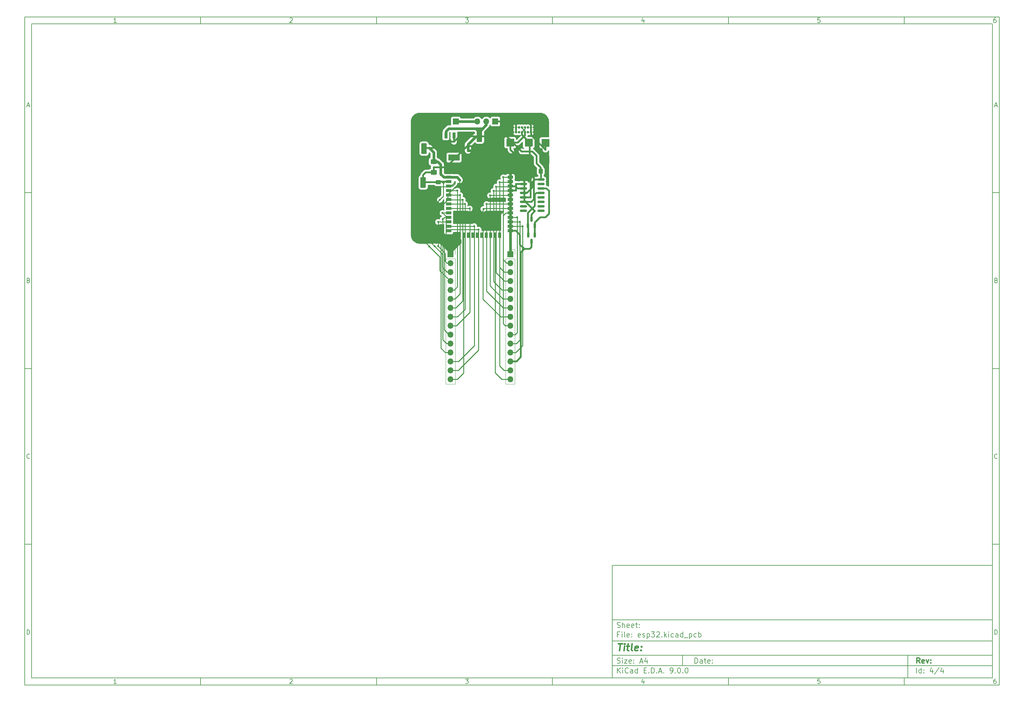
<source format=gbo>
G04 #@! TF.GenerationSoftware,KiCad,Pcbnew,9.0.0-9.0.0-2~ubuntu24.04.1*
G04 #@! TF.CreationDate,2025-04-22T15:17:51+02:00*
G04 #@! TF.ProjectId,esp32,65737033-322e-46b6-9963-61645f706362,rev?*
G04 #@! TF.SameCoordinates,Original*
G04 #@! TF.FileFunction,Legend,Bot*
G04 #@! TF.FilePolarity,Positive*
%FSLAX46Y46*%
G04 Gerber Fmt 4.6, Leading zero omitted, Abs format (unit mm)*
G04 Created by KiCad (PCBNEW 9.0.0-9.0.0-2~ubuntu24.04.1) date 2025-04-22 15:17:51*
%MOMM*%
%LPD*%
G01*
G04 APERTURE LIST*
G04 Aperture macros list*
%AMRoundRect*
0 Rectangle with rounded corners*
0 $1 Rounding radius*
0 $2 $3 $4 $5 $6 $7 $8 $9 X,Y pos of 4 corners*
0 Add a 4 corners polygon primitive as box body*
4,1,4,$2,$3,$4,$5,$6,$7,$8,$9,$2,$3,0*
0 Add four circle primitives for the rounded corners*
1,1,$1+$1,$2,$3*
1,1,$1+$1,$4,$5*
1,1,$1+$1,$6,$7*
1,1,$1+$1,$8,$9*
0 Add four rect primitives between the rounded corners*
20,1,$1+$1,$2,$3,$4,$5,0*
20,1,$1+$1,$4,$5,$6,$7,0*
20,1,$1+$1,$6,$7,$8,$9,0*
20,1,$1+$1,$8,$9,$2,$3,0*%
G04 Aperture macros list end*
%ADD10C,0.100000*%
%ADD11C,0.150000*%
%ADD12C,0.300000*%
%ADD13C,0.400000*%
%ADD14C,0.120000*%
%ADD15C,0.700000*%
%ADD16O,0.900000X2.400000*%
%ADD17O,0.900000X1.700000*%
%ADD18R,1.700000X1.700000*%
%ADD19O,1.700000X1.700000*%
G04 #@! TA.AperFunction,ComponentPad*
%ADD20C,0.700000*%
G04 #@! TD*
G04 #@! TA.AperFunction,ComponentPad*
%ADD21O,0.900000X2.400000*%
G04 #@! TD*
G04 #@! TA.AperFunction,ComponentPad*
%ADD22O,0.900000X1.700000*%
G04 #@! TD*
G04 #@! TA.AperFunction,HeatsinkPad*
%ADD23C,0.600000*%
G04 #@! TD*
G04 #@! TA.AperFunction,ComponentPad*
%ADD24R,1.700000X1.700000*%
G04 #@! TD*
G04 #@! TA.AperFunction,ComponentPad*
%ADD25O,1.700000X1.700000*%
G04 #@! TD*
G04 #@! TA.AperFunction,ViaPad*
%ADD26C,0.600000*%
G04 #@! TD*
G04 #@! TA.AperFunction,Conductor*
%ADD27C,0.508000*%
G04 #@! TD*
G04 #@! TA.AperFunction,Conductor*
%ADD28C,0.254000*%
G04 #@! TD*
G04 #@! TA.AperFunction,Conductor*
%ADD29C,0.762000*%
G04 #@! TD*
G04 #@! TA.AperFunction,Conductor*
%ADD30C,0.299974*%
G04 #@! TD*
G04 #@! TA.AperFunction,SMDPad,CuDef*
%ADD31RoundRect,0.250000X0.550000X-1.250000X0.550000X1.250000X-0.550000X1.250000X-0.550000X-1.250000X0*%
G04 #@! TD*
G04 #@! TA.AperFunction,SMDPad,CuDef*
%ADD32RoundRect,0.250000X-0.475000X0.337500X-0.475000X-0.337500X0.475000X-0.337500X0.475000X0.337500X0*%
G04 #@! TD*
G04 #@! TA.AperFunction,SMDPad,CuDef*
%ADD33R,2.260000X2.160000*%
G04 #@! TD*
G04 #@! TA.AperFunction,SMDPad,CuDef*
%ADD34R,1.500000X0.900000*%
G04 #@! TD*
G04 #@! TA.AperFunction,SMDPad,CuDef*
%ADD35R,0.900000X1.500000*%
G04 #@! TD*
G04 #@! TA.AperFunction,SMDPad,CuDef*
%ADD36R,0.900000X0.900000*%
G04 #@! TD*
G04 #@! TA.AperFunction,SMDPad,CuDef*
%ADD37R,3.800000X3.800000*%
G04 #@! TD*
G04 #@! TA.AperFunction,SMDPad,CuDef*
%ADD38RoundRect,0.150000X-0.825000X-0.150000X0.825000X-0.150000X0.825000X0.150000X-0.825000X0.150000X0*%
G04 #@! TD*
G04 #@! TA.AperFunction,SMDPad,CuDef*
%ADD39RoundRect,0.150000X-0.150000X0.587500X-0.150000X-0.587500X0.150000X-0.587500X0.150000X0.587500X0*%
G04 #@! TD*
G04 #@! TA.AperFunction,SMDPad,CuDef*
%ADD40RoundRect,0.150000X0.150000X-0.587500X0.150000X0.587500X-0.150000X0.587500X-0.150000X-0.587500X0*%
G04 #@! TD*
G04 #@! TA.AperFunction,SMDPad,CuDef*
%ADD41RoundRect,0.250000X-0.550000X1.250000X-0.550000X-1.250000X0.550000X-1.250000X0.550000X1.250000X0*%
G04 #@! TD*
G04 #@! TA.AperFunction,SMDPad,CuDef*
%ADD42R,0.950000X1.750000*%
G04 #@! TD*
G04 #@! TA.AperFunction,SMDPad,CuDef*
%ADD43R,3.200000X1.750000*%
G04 #@! TD*
G04 #@! TA.AperFunction,SMDPad,CuDef*
%ADD44RoundRect,0.250000X0.337500X0.475000X-0.337500X0.475000X-0.337500X-0.475000X0.337500X-0.475000X0*%
G04 #@! TD*
G04 #@! TA.AperFunction,SMDPad,CuDef*
%ADD45RoundRect,0.250000X-0.625000X0.400000X-0.625000X-0.400000X0.625000X-0.400000X0.625000X0.400000X0*%
G04 #@! TD*
G04 #@! TA.AperFunction,Conductor*
%ADD46C,1.700000*%
G04 #@! TD*
G04 APERTURE END LIST*
D10*
D11*
X177002200Y-166007200D02*
X285002200Y-166007200D01*
X285002200Y-198007200D01*
X177002200Y-198007200D01*
X177002200Y-166007200D01*
D10*
D11*
X10000000Y-10000000D02*
X287002200Y-10000000D01*
X287002200Y-200007200D01*
X10000000Y-200007200D01*
X10000000Y-10000000D01*
D10*
D11*
X12000000Y-12000000D02*
X285002200Y-12000000D01*
X285002200Y-198007200D01*
X12000000Y-198007200D01*
X12000000Y-12000000D01*
D10*
D11*
X60000000Y-12000000D02*
X60000000Y-10000000D01*
D10*
D11*
X110000000Y-12000000D02*
X110000000Y-10000000D01*
D10*
D11*
X160000000Y-12000000D02*
X160000000Y-10000000D01*
D10*
D11*
X210000000Y-12000000D02*
X210000000Y-10000000D01*
D10*
D11*
X260000000Y-12000000D02*
X260000000Y-10000000D01*
D10*
D11*
X36089160Y-11593604D02*
X35346303Y-11593604D01*
X35717731Y-11593604D02*
X35717731Y-10293604D01*
X35717731Y-10293604D02*
X35593922Y-10479319D01*
X35593922Y-10479319D02*
X35470112Y-10603128D01*
X35470112Y-10603128D02*
X35346303Y-10665033D01*
D10*
D11*
X85346303Y-10417414D02*
X85408207Y-10355509D01*
X85408207Y-10355509D02*
X85532017Y-10293604D01*
X85532017Y-10293604D02*
X85841541Y-10293604D01*
X85841541Y-10293604D02*
X85965350Y-10355509D01*
X85965350Y-10355509D02*
X86027255Y-10417414D01*
X86027255Y-10417414D02*
X86089160Y-10541223D01*
X86089160Y-10541223D02*
X86089160Y-10665033D01*
X86089160Y-10665033D02*
X86027255Y-10850747D01*
X86027255Y-10850747D02*
X85284398Y-11593604D01*
X85284398Y-11593604D02*
X86089160Y-11593604D01*
D10*
D11*
X135284398Y-10293604D02*
X136089160Y-10293604D01*
X136089160Y-10293604D02*
X135655826Y-10788842D01*
X135655826Y-10788842D02*
X135841541Y-10788842D01*
X135841541Y-10788842D02*
X135965350Y-10850747D01*
X135965350Y-10850747D02*
X136027255Y-10912652D01*
X136027255Y-10912652D02*
X136089160Y-11036461D01*
X136089160Y-11036461D02*
X136089160Y-11345985D01*
X136089160Y-11345985D02*
X136027255Y-11469795D01*
X136027255Y-11469795D02*
X135965350Y-11531700D01*
X135965350Y-11531700D02*
X135841541Y-11593604D01*
X135841541Y-11593604D02*
X135470112Y-11593604D01*
X135470112Y-11593604D02*
X135346303Y-11531700D01*
X135346303Y-11531700D02*
X135284398Y-11469795D01*
D10*
D11*
X185965350Y-10726938D02*
X185965350Y-11593604D01*
X185655826Y-10231700D02*
X185346303Y-11160271D01*
X185346303Y-11160271D02*
X186151064Y-11160271D01*
D10*
D11*
X236027255Y-10293604D02*
X235408207Y-10293604D01*
X235408207Y-10293604D02*
X235346303Y-10912652D01*
X235346303Y-10912652D02*
X235408207Y-10850747D01*
X235408207Y-10850747D02*
X235532017Y-10788842D01*
X235532017Y-10788842D02*
X235841541Y-10788842D01*
X235841541Y-10788842D02*
X235965350Y-10850747D01*
X235965350Y-10850747D02*
X236027255Y-10912652D01*
X236027255Y-10912652D02*
X236089160Y-11036461D01*
X236089160Y-11036461D02*
X236089160Y-11345985D01*
X236089160Y-11345985D02*
X236027255Y-11469795D01*
X236027255Y-11469795D02*
X235965350Y-11531700D01*
X235965350Y-11531700D02*
X235841541Y-11593604D01*
X235841541Y-11593604D02*
X235532017Y-11593604D01*
X235532017Y-11593604D02*
X235408207Y-11531700D01*
X235408207Y-11531700D02*
X235346303Y-11469795D01*
D10*
D11*
X285965350Y-10293604D02*
X285717731Y-10293604D01*
X285717731Y-10293604D02*
X285593922Y-10355509D01*
X285593922Y-10355509D02*
X285532017Y-10417414D01*
X285532017Y-10417414D02*
X285408207Y-10603128D01*
X285408207Y-10603128D02*
X285346303Y-10850747D01*
X285346303Y-10850747D02*
X285346303Y-11345985D01*
X285346303Y-11345985D02*
X285408207Y-11469795D01*
X285408207Y-11469795D02*
X285470112Y-11531700D01*
X285470112Y-11531700D02*
X285593922Y-11593604D01*
X285593922Y-11593604D02*
X285841541Y-11593604D01*
X285841541Y-11593604D02*
X285965350Y-11531700D01*
X285965350Y-11531700D02*
X286027255Y-11469795D01*
X286027255Y-11469795D02*
X286089160Y-11345985D01*
X286089160Y-11345985D02*
X286089160Y-11036461D01*
X286089160Y-11036461D02*
X286027255Y-10912652D01*
X286027255Y-10912652D02*
X285965350Y-10850747D01*
X285965350Y-10850747D02*
X285841541Y-10788842D01*
X285841541Y-10788842D02*
X285593922Y-10788842D01*
X285593922Y-10788842D02*
X285470112Y-10850747D01*
X285470112Y-10850747D02*
X285408207Y-10912652D01*
X285408207Y-10912652D02*
X285346303Y-11036461D01*
D10*
D11*
X60000000Y-198007200D02*
X60000000Y-200007200D01*
D10*
D11*
X110000000Y-198007200D02*
X110000000Y-200007200D01*
D10*
D11*
X160000000Y-198007200D02*
X160000000Y-200007200D01*
D10*
D11*
X210000000Y-198007200D02*
X210000000Y-200007200D01*
D10*
D11*
X260000000Y-198007200D02*
X260000000Y-200007200D01*
D10*
D11*
X36089160Y-199600804D02*
X35346303Y-199600804D01*
X35717731Y-199600804D02*
X35717731Y-198300804D01*
X35717731Y-198300804D02*
X35593922Y-198486519D01*
X35593922Y-198486519D02*
X35470112Y-198610328D01*
X35470112Y-198610328D02*
X35346303Y-198672233D01*
D10*
D11*
X85346303Y-198424614D02*
X85408207Y-198362709D01*
X85408207Y-198362709D02*
X85532017Y-198300804D01*
X85532017Y-198300804D02*
X85841541Y-198300804D01*
X85841541Y-198300804D02*
X85965350Y-198362709D01*
X85965350Y-198362709D02*
X86027255Y-198424614D01*
X86027255Y-198424614D02*
X86089160Y-198548423D01*
X86089160Y-198548423D02*
X86089160Y-198672233D01*
X86089160Y-198672233D02*
X86027255Y-198857947D01*
X86027255Y-198857947D02*
X85284398Y-199600804D01*
X85284398Y-199600804D02*
X86089160Y-199600804D01*
D10*
D11*
X135284398Y-198300804D02*
X136089160Y-198300804D01*
X136089160Y-198300804D02*
X135655826Y-198796042D01*
X135655826Y-198796042D02*
X135841541Y-198796042D01*
X135841541Y-198796042D02*
X135965350Y-198857947D01*
X135965350Y-198857947D02*
X136027255Y-198919852D01*
X136027255Y-198919852D02*
X136089160Y-199043661D01*
X136089160Y-199043661D02*
X136089160Y-199353185D01*
X136089160Y-199353185D02*
X136027255Y-199476995D01*
X136027255Y-199476995D02*
X135965350Y-199538900D01*
X135965350Y-199538900D02*
X135841541Y-199600804D01*
X135841541Y-199600804D02*
X135470112Y-199600804D01*
X135470112Y-199600804D02*
X135346303Y-199538900D01*
X135346303Y-199538900D02*
X135284398Y-199476995D01*
D10*
D11*
X185965350Y-198734138D02*
X185965350Y-199600804D01*
X185655826Y-198238900D02*
X185346303Y-199167471D01*
X185346303Y-199167471D02*
X186151064Y-199167471D01*
D10*
D11*
X236027255Y-198300804D02*
X235408207Y-198300804D01*
X235408207Y-198300804D02*
X235346303Y-198919852D01*
X235346303Y-198919852D02*
X235408207Y-198857947D01*
X235408207Y-198857947D02*
X235532017Y-198796042D01*
X235532017Y-198796042D02*
X235841541Y-198796042D01*
X235841541Y-198796042D02*
X235965350Y-198857947D01*
X235965350Y-198857947D02*
X236027255Y-198919852D01*
X236027255Y-198919852D02*
X236089160Y-199043661D01*
X236089160Y-199043661D02*
X236089160Y-199353185D01*
X236089160Y-199353185D02*
X236027255Y-199476995D01*
X236027255Y-199476995D02*
X235965350Y-199538900D01*
X235965350Y-199538900D02*
X235841541Y-199600804D01*
X235841541Y-199600804D02*
X235532017Y-199600804D01*
X235532017Y-199600804D02*
X235408207Y-199538900D01*
X235408207Y-199538900D02*
X235346303Y-199476995D01*
D10*
D11*
X285965350Y-198300804D02*
X285717731Y-198300804D01*
X285717731Y-198300804D02*
X285593922Y-198362709D01*
X285593922Y-198362709D02*
X285532017Y-198424614D01*
X285532017Y-198424614D02*
X285408207Y-198610328D01*
X285408207Y-198610328D02*
X285346303Y-198857947D01*
X285346303Y-198857947D02*
X285346303Y-199353185D01*
X285346303Y-199353185D02*
X285408207Y-199476995D01*
X285408207Y-199476995D02*
X285470112Y-199538900D01*
X285470112Y-199538900D02*
X285593922Y-199600804D01*
X285593922Y-199600804D02*
X285841541Y-199600804D01*
X285841541Y-199600804D02*
X285965350Y-199538900D01*
X285965350Y-199538900D02*
X286027255Y-199476995D01*
X286027255Y-199476995D02*
X286089160Y-199353185D01*
X286089160Y-199353185D02*
X286089160Y-199043661D01*
X286089160Y-199043661D02*
X286027255Y-198919852D01*
X286027255Y-198919852D02*
X285965350Y-198857947D01*
X285965350Y-198857947D02*
X285841541Y-198796042D01*
X285841541Y-198796042D02*
X285593922Y-198796042D01*
X285593922Y-198796042D02*
X285470112Y-198857947D01*
X285470112Y-198857947D02*
X285408207Y-198919852D01*
X285408207Y-198919852D02*
X285346303Y-199043661D01*
D10*
D11*
X10000000Y-60000000D02*
X12000000Y-60000000D01*
D10*
D11*
X10000000Y-110000000D02*
X12000000Y-110000000D01*
D10*
D11*
X10000000Y-160000000D02*
X12000000Y-160000000D01*
D10*
D11*
X10690476Y-35222176D02*
X11309523Y-35222176D01*
X10566666Y-35593604D02*
X10999999Y-34293604D01*
X10999999Y-34293604D02*
X11433333Y-35593604D01*
D10*
D11*
X11092857Y-84912652D02*
X11278571Y-84974557D01*
X11278571Y-84974557D02*
X11340476Y-85036461D01*
X11340476Y-85036461D02*
X11402380Y-85160271D01*
X11402380Y-85160271D02*
X11402380Y-85345985D01*
X11402380Y-85345985D02*
X11340476Y-85469795D01*
X11340476Y-85469795D02*
X11278571Y-85531700D01*
X11278571Y-85531700D02*
X11154761Y-85593604D01*
X11154761Y-85593604D02*
X10659523Y-85593604D01*
X10659523Y-85593604D02*
X10659523Y-84293604D01*
X10659523Y-84293604D02*
X11092857Y-84293604D01*
X11092857Y-84293604D02*
X11216666Y-84355509D01*
X11216666Y-84355509D02*
X11278571Y-84417414D01*
X11278571Y-84417414D02*
X11340476Y-84541223D01*
X11340476Y-84541223D02*
X11340476Y-84665033D01*
X11340476Y-84665033D02*
X11278571Y-84788842D01*
X11278571Y-84788842D02*
X11216666Y-84850747D01*
X11216666Y-84850747D02*
X11092857Y-84912652D01*
X11092857Y-84912652D02*
X10659523Y-84912652D01*
D10*
D11*
X11402380Y-135469795D02*
X11340476Y-135531700D01*
X11340476Y-135531700D02*
X11154761Y-135593604D01*
X11154761Y-135593604D02*
X11030952Y-135593604D01*
X11030952Y-135593604D02*
X10845238Y-135531700D01*
X10845238Y-135531700D02*
X10721428Y-135407890D01*
X10721428Y-135407890D02*
X10659523Y-135284080D01*
X10659523Y-135284080D02*
X10597619Y-135036461D01*
X10597619Y-135036461D02*
X10597619Y-134850747D01*
X10597619Y-134850747D02*
X10659523Y-134603128D01*
X10659523Y-134603128D02*
X10721428Y-134479319D01*
X10721428Y-134479319D02*
X10845238Y-134355509D01*
X10845238Y-134355509D02*
X11030952Y-134293604D01*
X11030952Y-134293604D02*
X11154761Y-134293604D01*
X11154761Y-134293604D02*
X11340476Y-134355509D01*
X11340476Y-134355509D02*
X11402380Y-134417414D01*
D10*
D11*
X10659523Y-185593604D02*
X10659523Y-184293604D01*
X10659523Y-184293604D02*
X10969047Y-184293604D01*
X10969047Y-184293604D02*
X11154761Y-184355509D01*
X11154761Y-184355509D02*
X11278571Y-184479319D01*
X11278571Y-184479319D02*
X11340476Y-184603128D01*
X11340476Y-184603128D02*
X11402380Y-184850747D01*
X11402380Y-184850747D02*
X11402380Y-185036461D01*
X11402380Y-185036461D02*
X11340476Y-185284080D01*
X11340476Y-185284080D02*
X11278571Y-185407890D01*
X11278571Y-185407890D02*
X11154761Y-185531700D01*
X11154761Y-185531700D02*
X10969047Y-185593604D01*
X10969047Y-185593604D02*
X10659523Y-185593604D01*
D10*
D11*
X287002200Y-60000000D02*
X285002200Y-60000000D01*
D10*
D11*
X287002200Y-110000000D02*
X285002200Y-110000000D01*
D10*
D11*
X287002200Y-160000000D02*
X285002200Y-160000000D01*
D10*
D11*
X285692676Y-35222176D02*
X286311723Y-35222176D01*
X285568866Y-35593604D02*
X286002199Y-34293604D01*
X286002199Y-34293604D02*
X286435533Y-35593604D01*
D10*
D11*
X286095057Y-84912652D02*
X286280771Y-84974557D01*
X286280771Y-84974557D02*
X286342676Y-85036461D01*
X286342676Y-85036461D02*
X286404580Y-85160271D01*
X286404580Y-85160271D02*
X286404580Y-85345985D01*
X286404580Y-85345985D02*
X286342676Y-85469795D01*
X286342676Y-85469795D02*
X286280771Y-85531700D01*
X286280771Y-85531700D02*
X286156961Y-85593604D01*
X286156961Y-85593604D02*
X285661723Y-85593604D01*
X285661723Y-85593604D02*
X285661723Y-84293604D01*
X285661723Y-84293604D02*
X286095057Y-84293604D01*
X286095057Y-84293604D02*
X286218866Y-84355509D01*
X286218866Y-84355509D02*
X286280771Y-84417414D01*
X286280771Y-84417414D02*
X286342676Y-84541223D01*
X286342676Y-84541223D02*
X286342676Y-84665033D01*
X286342676Y-84665033D02*
X286280771Y-84788842D01*
X286280771Y-84788842D02*
X286218866Y-84850747D01*
X286218866Y-84850747D02*
X286095057Y-84912652D01*
X286095057Y-84912652D02*
X285661723Y-84912652D01*
D10*
D11*
X286404580Y-135469795D02*
X286342676Y-135531700D01*
X286342676Y-135531700D02*
X286156961Y-135593604D01*
X286156961Y-135593604D02*
X286033152Y-135593604D01*
X286033152Y-135593604D02*
X285847438Y-135531700D01*
X285847438Y-135531700D02*
X285723628Y-135407890D01*
X285723628Y-135407890D02*
X285661723Y-135284080D01*
X285661723Y-135284080D02*
X285599819Y-135036461D01*
X285599819Y-135036461D02*
X285599819Y-134850747D01*
X285599819Y-134850747D02*
X285661723Y-134603128D01*
X285661723Y-134603128D02*
X285723628Y-134479319D01*
X285723628Y-134479319D02*
X285847438Y-134355509D01*
X285847438Y-134355509D02*
X286033152Y-134293604D01*
X286033152Y-134293604D02*
X286156961Y-134293604D01*
X286156961Y-134293604D02*
X286342676Y-134355509D01*
X286342676Y-134355509D02*
X286404580Y-134417414D01*
D10*
D11*
X285661723Y-185593604D02*
X285661723Y-184293604D01*
X285661723Y-184293604D02*
X285971247Y-184293604D01*
X285971247Y-184293604D02*
X286156961Y-184355509D01*
X286156961Y-184355509D02*
X286280771Y-184479319D01*
X286280771Y-184479319D02*
X286342676Y-184603128D01*
X286342676Y-184603128D02*
X286404580Y-184850747D01*
X286404580Y-184850747D02*
X286404580Y-185036461D01*
X286404580Y-185036461D02*
X286342676Y-185284080D01*
X286342676Y-185284080D02*
X286280771Y-185407890D01*
X286280771Y-185407890D02*
X286156961Y-185531700D01*
X286156961Y-185531700D02*
X285971247Y-185593604D01*
X285971247Y-185593604D02*
X285661723Y-185593604D01*
D10*
D11*
X200458026Y-193793328D02*
X200458026Y-192293328D01*
X200458026Y-192293328D02*
X200815169Y-192293328D01*
X200815169Y-192293328D02*
X201029455Y-192364757D01*
X201029455Y-192364757D02*
X201172312Y-192507614D01*
X201172312Y-192507614D02*
X201243741Y-192650471D01*
X201243741Y-192650471D02*
X201315169Y-192936185D01*
X201315169Y-192936185D02*
X201315169Y-193150471D01*
X201315169Y-193150471D02*
X201243741Y-193436185D01*
X201243741Y-193436185D02*
X201172312Y-193579042D01*
X201172312Y-193579042D02*
X201029455Y-193721900D01*
X201029455Y-193721900D02*
X200815169Y-193793328D01*
X200815169Y-193793328D02*
X200458026Y-193793328D01*
X202600884Y-193793328D02*
X202600884Y-193007614D01*
X202600884Y-193007614D02*
X202529455Y-192864757D01*
X202529455Y-192864757D02*
X202386598Y-192793328D01*
X202386598Y-192793328D02*
X202100884Y-192793328D01*
X202100884Y-192793328D02*
X201958026Y-192864757D01*
X202600884Y-193721900D02*
X202458026Y-193793328D01*
X202458026Y-193793328D02*
X202100884Y-193793328D01*
X202100884Y-193793328D02*
X201958026Y-193721900D01*
X201958026Y-193721900D02*
X201886598Y-193579042D01*
X201886598Y-193579042D02*
X201886598Y-193436185D01*
X201886598Y-193436185D02*
X201958026Y-193293328D01*
X201958026Y-193293328D02*
X202100884Y-193221900D01*
X202100884Y-193221900D02*
X202458026Y-193221900D01*
X202458026Y-193221900D02*
X202600884Y-193150471D01*
X203100884Y-192793328D02*
X203672312Y-192793328D01*
X203315169Y-192293328D02*
X203315169Y-193579042D01*
X203315169Y-193579042D02*
X203386598Y-193721900D01*
X203386598Y-193721900D02*
X203529455Y-193793328D01*
X203529455Y-193793328D02*
X203672312Y-193793328D01*
X204743741Y-193721900D02*
X204600884Y-193793328D01*
X204600884Y-193793328D02*
X204315170Y-193793328D01*
X204315170Y-193793328D02*
X204172312Y-193721900D01*
X204172312Y-193721900D02*
X204100884Y-193579042D01*
X204100884Y-193579042D02*
X204100884Y-193007614D01*
X204100884Y-193007614D02*
X204172312Y-192864757D01*
X204172312Y-192864757D02*
X204315170Y-192793328D01*
X204315170Y-192793328D02*
X204600884Y-192793328D01*
X204600884Y-192793328D02*
X204743741Y-192864757D01*
X204743741Y-192864757D02*
X204815170Y-193007614D01*
X204815170Y-193007614D02*
X204815170Y-193150471D01*
X204815170Y-193150471D02*
X204100884Y-193293328D01*
X205458026Y-193650471D02*
X205529455Y-193721900D01*
X205529455Y-193721900D02*
X205458026Y-193793328D01*
X205458026Y-193793328D02*
X205386598Y-193721900D01*
X205386598Y-193721900D02*
X205458026Y-193650471D01*
X205458026Y-193650471D02*
X205458026Y-193793328D01*
X205458026Y-192864757D02*
X205529455Y-192936185D01*
X205529455Y-192936185D02*
X205458026Y-193007614D01*
X205458026Y-193007614D02*
X205386598Y-192936185D01*
X205386598Y-192936185D02*
X205458026Y-192864757D01*
X205458026Y-192864757D02*
X205458026Y-193007614D01*
D10*
D11*
X177002200Y-194507200D02*
X285002200Y-194507200D01*
D10*
D11*
X178458026Y-196593328D02*
X178458026Y-195093328D01*
X179315169Y-196593328D02*
X178672312Y-195736185D01*
X179315169Y-195093328D02*
X178458026Y-195950471D01*
X179958026Y-196593328D02*
X179958026Y-195593328D01*
X179958026Y-195093328D02*
X179886598Y-195164757D01*
X179886598Y-195164757D02*
X179958026Y-195236185D01*
X179958026Y-195236185D02*
X180029455Y-195164757D01*
X180029455Y-195164757D02*
X179958026Y-195093328D01*
X179958026Y-195093328D02*
X179958026Y-195236185D01*
X181529455Y-196450471D02*
X181458027Y-196521900D01*
X181458027Y-196521900D02*
X181243741Y-196593328D01*
X181243741Y-196593328D02*
X181100884Y-196593328D01*
X181100884Y-196593328D02*
X180886598Y-196521900D01*
X180886598Y-196521900D02*
X180743741Y-196379042D01*
X180743741Y-196379042D02*
X180672312Y-196236185D01*
X180672312Y-196236185D02*
X180600884Y-195950471D01*
X180600884Y-195950471D02*
X180600884Y-195736185D01*
X180600884Y-195736185D02*
X180672312Y-195450471D01*
X180672312Y-195450471D02*
X180743741Y-195307614D01*
X180743741Y-195307614D02*
X180886598Y-195164757D01*
X180886598Y-195164757D02*
X181100884Y-195093328D01*
X181100884Y-195093328D02*
X181243741Y-195093328D01*
X181243741Y-195093328D02*
X181458027Y-195164757D01*
X181458027Y-195164757D02*
X181529455Y-195236185D01*
X182815170Y-196593328D02*
X182815170Y-195807614D01*
X182815170Y-195807614D02*
X182743741Y-195664757D01*
X182743741Y-195664757D02*
X182600884Y-195593328D01*
X182600884Y-195593328D02*
X182315170Y-195593328D01*
X182315170Y-195593328D02*
X182172312Y-195664757D01*
X182815170Y-196521900D02*
X182672312Y-196593328D01*
X182672312Y-196593328D02*
X182315170Y-196593328D01*
X182315170Y-196593328D02*
X182172312Y-196521900D01*
X182172312Y-196521900D02*
X182100884Y-196379042D01*
X182100884Y-196379042D02*
X182100884Y-196236185D01*
X182100884Y-196236185D02*
X182172312Y-196093328D01*
X182172312Y-196093328D02*
X182315170Y-196021900D01*
X182315170Y-196021900D02*
X182672312Y-196021900D01*
X182672312Y-196021900D02*
X182815170Y-195950471D01*
X184172313Y-196593328D02*
X184172313Y-195093328D01*
X184172313Y-196521900D02*
X184029455Y-196593328D01*
X184029455Y-196593328D02*
X183743741Y-196593328D01*
X183743741Y-196593328D02*
X183600884Y-196521900D01*
X183600884Y-196521900D02*
X183529455Y-196450471D01*
X183529455Y-196450471D02*
X183458027Y-196307614D01*
X183458027Y-196307614D02*
X183458027Y-195879042D01*
X183458027Y-195879042D02*
X183529455Y-195736185D01*
X183529455Y-195736185D02*
X183600884Y-195664757D01*
X183600884Y-195664757D02*
X183743741Y-195593328D01*
X183743741Y-195593328D02*
X184029455Y-195593328D01*
X184029455Y-195593328D02*
X184172313Y-195664757D01*
X186029455Y-195807614D02*
X186529455Y-195807614D01*
X186743741Y-196593328D02*
X186029455Y-196593328D01*
X186029455Y-196593328D02*
X186029455Y-195093328D01*
X186029455Y-195093328D02*
X186743741Y-195093328D01*
X187386598Y-196450471D02*
X187458027Y-196521900D01*
X187458027Y-196521900D02*
X187386598Y-196593328D01*
X187386598Y-196593328D02*
X187315170Y-196521900D01*
X187315170Y-196521900D02*
X187386598Y-196450471D01*
X187386598Y-196450471D02*
X187386598Y-196593328D01*
X188100884Y-196593328D02*
X188100884Y-195093328D01*
X188100884Y-195093328D02*
X188458027Y-195093328D01*
X188458027Y-195093328D02*
X188672313Y-195164757D01*
X188672313Y-195164757D02*
X188815170Y-195307614D01*
X188815170Y-195307614D02*
X188886599Y-195450471D01*
X188886599Y-195450471D02*
X188958027Y-195736185D01*
X188958027Y-195736185D02*
X188958027Y-195950471D01*
X188958027Y-195950471D02*
X188886599Y-196236185D01*
X188886599Y-196236185D02*
X188815170Y-196379042D01*
X188815170Y-196379042D02*
X188672313Y-196521900D01*
X188672313Y-196521900D02*
X188458027Y-196593328D01*
X188458027Y-196593328D02*
X188100884Y-196593328D01*
X189600884Y-196450471D02*
X189672313Y-196521900D01*
X189672313Y-196521900D02*
X189600884Y-196593328D01*
X189600884Y-196593328D02*
X189529456Y-196521900D01*
X189529456Y-196521900D02*
X189600884Y-196450471D01*
X189600884Y-196450471D02*
X189600884Y-196593328D01*
X190243742Y-196164757D02*
X190958028Y-196164757D01*
X190100885Y-196593328D02*
X190600885Y-195093328D01*
X190600885Y-195093328D02*
X191100885Y-196593328D01*
X191600884Y-196450471D02*
X191672313Y-196521900D01*
X191672313Y-196521900D02*
X191600884Y-196593328D01*
X191600884Y-196593328D02*
X191529456Y-196521900D01*
X191529456Y-196521900D02*
X191600884Y-196450471D01*
X191600884Y-196450471D02*
X191600884Y-196593328D01*
X193529456Y-196593328D02*
X193815170Y-196593328D01*
X193815170Y-196593328D02*
X193958027Y-196521900D01*
X193958027Y-196521900D02*
X194029456Y-196450471D01*
X194029456Y-196450471D02*
X194172313Y-196236185D01*
X194172313Y-196236185D02*
X194243742Y-195950471D01*
X194243742Y-195950471D02*
X194243742Y-195379042D01*
X194243742Y-195379042D02*
X194172313Y-195236185D01*
X194172313Y-195236185D02*
X194100885Y-195164757D01*
X194100885Y-195164757D02*
X193958027Y-195093328D01*
X193958027Y-195093328D02*
X193672313Y-195093328D01*
X193672313Y-195093328D02*
X193529456Y-195164757D01*
X193529456Y-195164757D02*
X193458027Y-195236185D01*
X193458027Y-195236185D02*
X193386599Y-195379042D01*
X193386599Y-195379042D02*
X193386599Y-195736185D01*
X193386599Y-195736185D02*
X193458027Y-195879042D01*
X193458027Y-195879042D02*
X193529456Y-195950471D01*
X193529456Y-195950471D02*
X193672313Y-196021900D01*
X193672313Y-196021900D02*
X193958027Y-196021900D01*
X193958027Y-196021900D02*
X194100885Y-195950471D01*
X194100885Y-195950471D02*
X194172313Y-195879042D01*
X194172313Y-195879042D02*
X194243742Y-195736185D01*
X194886598Y-196450471D02*
X194958027Y-196521900D01*
X194958027Y-196521900D02*
X194886598Y-196593328D01*
X194886598Y-196593328D02*
X194815170Y-196521900D01*
X194815170Y-196521900D02*
X194886598Y-196450471D01*
X194886598Y-196450471D02*
X194886598Y-196593328D01*
X195886599Y-195093328D02*
X196029456Y-195093328D01*
X196029456Y-195093328D02*
X196172313Y-195164757D01*
X196172313Y-195164757D02*
X196243742Y-195236185D01*
X196243742Y-195236185D02*
X196315170Y-195379042D01*
X196315170Y-195379042D02*
X196386599Y-195664757D01*
X196386599Y-195664757D02*
X196386599Y-196021900D01*
X196386599Y-196021900D02*
X196315170Y-196307614D01*
X196315170Y-196307614D02*
X196243742Y-196450471D01*
X196243742Y-196450471D02*
X196172313Y-196521900D01*
X196172313Y-196521900D02*
X196029456Y-196593328D01*
X196029456Y-196593328D02*
X195886599Y-196593328D01*
X195886599Y-196593328D02*
X195743742Y-196521900D01*
X195743742Y-196521900D02*
X195672313Y-196450471D01*
X195672313Y-196450471D02*
X195600884Y-196307614D01*
X195600884Y-196307614D02*
X195529456Y-196021900D01*
X195529456Y-196021900D02*
X195529456Y-195664757D01*
X195529456Y-195664757D02*
X195600884Y-195379042D01*
X195600884Y-195379042D02*
X195672313Y-195236185D01*
X195672313Y-195236185D02*
X195743742Y-195164757D01*
X195743742Y-195164757D02*
X195886599Y-195093328D01*
X197029455Y-196450471D02*
X197100884Y-196521900D01*
X197100884Y-196521900D02*
X197029455Y-196593328D01*
X197029455Y-196593328D02*
X196958027Y-196521900D01*
X196958027Y-196521900D02*
X197029455Y-196450471D01*
X197029455Y-196450471D02*
X197029455Y-196593328D01*
X198029456Y-195093328D02*
X198172313Y-195093328D01*
X198172313Y-195093328D02*
X198315170Y-195164757D01*
X198315170Y-195164757D02*
X198386599Y-195236185D01*
X198386599Y-195236185D02*
X198458027Y-195379042D01*
X198458027Y-195379042D02*
X198529456Y-195664757D01*
X198529456Y-195664757D02*
X198529456Y-196021900D01*
X198529456Y-196021900D02*
X198458027Y-196307614D01*
X198458027Y-196307614D02*
X198386599Y-196450471D01*
X198386599Y-196450471D02*
X198315170Y-196521900D01*
X198315170Y-196521900D02*
X198172313Y-196593328D01*
X198172313Y-196593328D02*
X198029456Y-196593328D01*
X198029456Y-196593328D02*
X197886599Y-196521900D01*
X197886599Y-196521900D02*
X197815170Y-196450471D01*
X197815170Y-196450471D02*
X197743741Y-196307614D01*
X197743741Y-196307614D02*
X197672313Y-196021900D01*
X197672313Y-196021900D02*
X197672313Y-195664757D01*
X197672313Y-195664757D02*
X197743741Y-195379042D01*
X197743741Y-195379042D02*
X197815170Y-195236185D01*
X197815170Y-195236185D02*
X197886599Y-195164757D01*
X197886599Y-195164757D02*
X198029456Y-195093328D01*
D10*
D11*
X177002200Y-191507200D02*
X285002200Y-191507200D01*
D10*
D12*
X264413853Y-193785528D02*
X263913853Y-193071242D01*
X263556710Y-193785528D02*
X263556710Y-192285528D01*
X263556710Y-192285528D02*
X264128139Y-192285528D01*
X264128139Y-192285528D02*
X264270996Y-192356957D01*
X264270996Y-192356957D02*
X264342425Y-192428385D01*
X264342425Y-192428385D02*
X264413853Y-192571242D01*
X264413853Y-192571242D02*
X264413853Y-192785528D01*
X264413853Y-192785528D02*
X264342425Y-192928385D01*
X264342425Y-192928385D02*
X264270996Y-192999814D01*
X264270996Y-192999814D02*
X264128139Y-193071242D01*
X264128139Y-193071242D02*
X263556710Y-193071242D01*
X265628139Y-193714100D02*
X265485282Y-193785528D01*
X265485282Y-193785528D02*
X265199568Y-193785528D01*
X265199568Y-193785528D02*
X265056710Y-193714100D01*
X265056710Y-193714100D02*
X264985282Y-193571242D01*
X264985282Y-193571242D02*
X264985282Y-192999814D01*
X264985282Y-192999814D02*
X265056710Y-192856957D01*
X265056710Y-192856957D02*
X265199568Y-192785528D01*
X265199568Y-192785528D02*
X265485282Y-192785528D01*
X265485282Y-192785528D02*
X265628139Y-192856957D01*
X265628139Y-192856957D02*
X265699568Y-192999814D01*
X265699568Y-192999814D02*
X265699568Y-193142671D01*
X265699568Y-193142671D02*
X264985282Y-193285528D01*
X266199567Y-192785528D02*
X266556710Y-193785528D01*
X266556710Y-193785528D02*
X266913853Y-192785528D01*
X267485281Y-193642671D02*
X267556710Y-193714100D01*
X267556710Y-193714100D02*
X267485281Y-193785528D01*
X267485281Y-193785528D02*
X267413853Y-193714100D01*
X267413853Y-193714100D02*
X267485281Y-193642671D01*
X267485281Y-193642671D02*
X267485281Y-193785528D01*
X267485281Y-192856957D02*
X267556710Y-192928385D01*
X267556710Y-192928385D02*
X267485281Y-192999814D01*
X267485281Y-192999814D02*
X267413853Y-192928385D01*
X267413853Y-192928385D02*
X267485281Y-192856957D01*
X267485281Y-192856957D02*
X267485281Y-192999814D01*
D10*
D11*
X178386598Y-193721900D02*
X178600884Y-193793328D01*
X178600884Y-193793328D02*
X178958026Y-193793328D01*
X178958026Y-193793328D02*
X179100884Y-193721900D01*
X179100884Y-193721900D02*
X179172312Y-193650471D01*
X179172312Y-193650471D02*
X179243741Y-193507614D01*
X179243741Y-193507614D02*
X179243741Y-193364757D01*
X179243741Y-193364757D02*
X179172312Y-193221900D01*
X179172312Y-193221900D02*
X179100884Y-193150471D01*
X179100884Y-193150471D02*
X178958026Y-193079042D01*
X178958026Y-193079042D02*
X178672312Y-193007614D01*
X178672312Y-193007614D02*
X178529455Y-192936185D01*
X178529455Y-192936185D02*
X178458026Y-192864757D01*
X178458026Y-192864757D02*
X178386598Y-192721900D01*
X178386598Y-192721900D02*
X178386598Y-192579042D01*
X178386598Y-192579042D02*
X178458026Y-192436185D01*
X178458026Y-192436185D02*
X178529455Y-192364757D01*
X178529455Y-192364757D02*
X178672312Y-192293328D01*
X178672312Y-192293328D02*
X179029455Y-192293328D01*
X179029455Y-192293328D02*
X179243741Y-192364757D01*
X179886597Y-193793328D02*
X179886597Y-192793328D01*
X179886597Y-192293328D02*
X179815169Y-192364757D01*
X179815169Y-192364757D02*
X179886597Y-192436185D01*
X179886597Y-192436185D02*
X179958026Y-192364757D01*
X179958026Y-192364757D02*
X179886597Y-192293328D01*
X179886597Y-192293328D02*
X179886597Y-192436185D01*
X180458026Y-192793328D02*
X181243741Y-192793328D01*
X181243741Y-192793328D02*
X180458026Y-193793328D01*
X180458026Y-193793328D02*
X181243741Y-193793328D01*
X182386598Y-193721900D02*
X182243741Y-193793328D01*
X182243741Y-193793328D02*
X181958027Y-193793328D01*
X181958027Y-193793328D02*
X181815169Y-193721900D01*
X181815169Y-193721900D02*
X181743741Y-193579042D01*
X181743741Y-193579042D02*
X181743741Y-193007614D01*
X181743741Y-193007614D02*
X181815169Y-192864757D01*
X181815169Y-192864757D02*
X181958027Y-192793328D01*
X181958027Y-192793328D02*
X182243741Y-192793328D01*
X182243741Y-192793328D02*
X182386598Y-192864757D01*
X182386598Y-192864757D02*
X182458027Y-193007614D01*
X182458027Y-193007614D02*
X182458027Y-193150471D01*
X182458027Y-193150471D02*
X181743741Y-193293328D01*
X183100883Y-193650471D02*
X183172312Y-193721900D01*
X183172312Y-193721900D02*
X183100883Y-193793328D01*
X183100883Y-193793328D02*
X183029455Y-193721900D01*
X183029455Y-193721900D02*
X183100883Y-193650471D01*
X183100883Y-193650471D02*
X183100883Y-193793328D01*
X183100883Y-192864757D02*
X183172312Y-192936185D01*
X183172312Y-192936185D02*
X183100883Y-193007614D01*
X183100883Y-193007614D02*
X183029455Y-192936185D01*
X183029455Y-192936185D02*
X183100883Y-192864757D01*
X183100883Y-192864757D02*
X183100883Y-193007614D01*
X184886598Y-193364757D02*
X185600884Y-193364757D01*
X184743741Y-193793328D02*
X185243741Y-192293328D01*
X185243741Y-192293328D02*
X185743741Y-193793328D01*
X186886598Y-192793328D02*
X186886598Y-193793328D01*
X186529455Y-192221900D02*
X186172312Y-193293328D01*
X186172312Y-193293328D02*
X187100883Y-193293328D01*
D10*
D11*
X263458026Y-196593328D02*
X263458026Y-195093328D01*
X264815170Y-196593328D02*
X264815170Y-195093328D01*
X264815170Y-196521900D02*
X264672312Y-196593328D01*
X264672312Y-196593328D02*
X264386598Y-196593328D01*
X264386598Y-196593328D02*
X264243741Y-196521900D01*
X264243741Y-196521900D02*
X264172312Y-196450471D01*
X264172312Y-196450471D02*
X264100884Y-196307614D01*
X264100884Y-196307614D02*
X264100884Y-195879042D01*
X264100884Y-195879042D02*
X264172312Y-195736185D01*
X264172312Y-195736185D02*
X264243741Y-195664757D01*
X264243741Y-195664757D02*
X264386598Y-195593328D01*
X264386598Y-195593328D02*
X264672312Y-195593328D01*
X264672312Y-195593328D02*
X264815170Y-195664757D01*
X265529455Y-196450471D02*
X265600884Y-196521900D01*
X265600884Y-196521900D02*
X265529455Y-196593328D01*
X265529455Y-196593328D02*
X265458027Y-196521900D01*
X265458027Y-196521900D02*
X265529455Y-196450471D01*
X265529455Y-196450471D02*
X265529455Y-196593328D01*
X265529455Y-195664757D02*
X265600884Y-195736185D01*
X265600884Y-195736185D02*
X265529455Y-195807614D01*
X265529455Y-195807614D02*
X265458027Y-195736185D01*
X265458027Y-195736185D02*
X265529455Y-195664757D01*
X265529455Y-195664757D02*
X265529455Y-195807614D01*
X268029456Y-195593328D02*
X268029456Y-196593328D01*
X267672313Y-195021900D02*
X267315170Y-196093328D01*
X267315170Y-196093328D02*
X268243741Y-196093328D01*
X269886598Y-195021900D02*
X268600884Y-196950471D01*
X271029456Y-195593328D02*
X271029456Y-196593328D01*
X270672313Y-195021900D02*
X270315170Y-196093328D01*
X270315170Y-196093328D02*
X271243741Y-196093328D01*
D10*
D11*
X177002200Y-187507200D02*
X285002200Y-187507200D01*
D10*
D13*
X178693928Y-188211638D02*
X179836785Y-188211638D01*
X179015357Y-190211638D02*
X179265357Y-188211638D01*
X180253452Y-190211638D02*
X180420119Y-188878304D01*
X180503452Y-188211638D02*
X180396309Y-188306876D01*
X180396309Y-188306876D02*
X180479643Y-188402114D01*
X180479643Y-188402114D02*
X180586786Y-188306876D01*
X180586786Y-188306876D02*
X180503452Y-188211638D01*
X180503452Y-188211638D02*
X180479643Y-188402114D01*
X181086786Y-188878304D02*
X181848690Y-188878304D01*
X181455833Y-188211638D02*
X181241548Y-189925923D01*
X181241548Y-189925923D02*
X181312976Y-190116400D01*
X181312976Y-190116400D02*
X181491548Y-190211638D01*
X181491548Y-190211638D02*
X181682024Y-190211638D01*
X182634405Y-190211638D02*
X182455833Y-190116400D01*
X182455833Y-190116400D02*
X182384405Y-189925923D01*
X182384405Y-189925923D02*
X182598690Y-188211638D01*
X184170119Y-190116400D02*
X183967738Y-190211638D01*
X183967738Y-190211638D02*
X183586785Y-190211638D01*
X183586785Y-190211638D02*
X183408214Y-190116400D01*
X183408214Y-190116400D02*
X183336785Y-189925923D01*
X183336785Y-189925923D02*
X183432024Y-189164019D01*
X183432024Y-189164019D02*
X183551071Y-188973542D01*
X183551071Y-188973542D02*
X183753452Y-188878304D01*
X183753452Y-188878304D02*
X184134404Y-188878304D01*
X184134404Y-188878304D02*
X184312976Y-188973542D01*
X184312976Y-188973542D02*
X184384404Y-189164019D01*
X184384404Y-189164019D02*
X184360595Y-189354495D01*
X184360595Y-189354495D02*
X183384404Y-189544971D01*
X185134405Y-190021161D02*
X185217738Y-190116400D01*
X185217738Y-190116400D02*
X185110595Y-190211638D01*
X185110595Y-190211638D02*
X185027262Y-190116400D01*
X185027262Y-190116400D02*
X185134405Y-190021161D01*
X185134405Y-190021161D02*
X185110595Y-190211638D01*
X185265357Y-188973542D02*
X185348690Y-189068780D01*
X185348690Y-189068780D02*
X185241548Y-189164019D01*
X185241548Y-189164019D02*
X185158214Y-189068780D01*
X185158214Y-189068780D02*
X185265357Y-188973542D01*
X185265357Y-188973542D02*
X185241548Y-189164019D01*
D10*
D11*
X178958026Y-185607614D02*
X178458026Y-185607614D01*
X178458026Y-186393328D02*
X178458026Y-184893328D01*
X178458026Y-184893328D02*
X179172312Y-184893328D01*
X179743740Y-186393328D02*
X179743740Y-185393328D01*
X179743740Y-184893328D02*
X179672312Y-184964757D01*
X179672312Y-184964757D02*
X179743740Y-185036185D01*
X179743740Y-185036185D02*
X179815169Y-184964757D01*
X179815169Y-184964757D02*
X179743740Y-184893328D01*
X179743740Y-184893328D02*
X179743740Y-185036185D01*
X180672312Y-186393328D02*
X180529455Y-186321900D01*
X180529455Y-186321900D02*
X180458026Y-186179042D01*
X180458026Y-186179042D02*
X180458026Y-184893328D01*
X181815169Y-186321900D02*
X181672312Y-186393328D01*
X181672312Y-186393328D02*
X181386598Y-186393328D01*
X181386598Y-186393328D02*
X181243740Y-186321900D01*
X181243740Y-186321900D02*
X181172312Y-186179042D01*
X181172312Y-186179042D02*
X181172312Y-185607614D01*
X181172312Y-185607614D02*
X181243740Y-185464757D01*
X181243740Y-185464757D02*
X181386598Y-185393328D01*
X181386598Y-185393328D02*
X181672312Y-185393328D01*
X181672312Y-185393328D02*
X181815169Y-185464757D01*
X181815169Y-185464757D02*
X181886598Y-185607614D01*
X181886598Y-185607614D02*
X181886598Y-185750471D01*
X181886598Y-185750471D02*
X181172312Y-185893328D01*
X182529454Y-186250471D02*
X182600883Y-186321900D01*
X182600883Y-186321900D02*
X182529454Y-186393328D01*
X182529454Y-186393328D02*
X182458026Y-186321900D01*
X182458026Y-186321900D02*
X182529454Y-186250471D01*
X182529454Y-186250471D02*
X182529454Y-186393328D01*
X182529454Y-185464757D02*
X182600883Y-185536185D01*
X182600883Y-185536185D02*
X182529454Y-185607614D01*
X182529454Y-185607614D02*
X182458026Y-185536185D01*
X182458026Y-185536185D02*
X182529454Y-185464757D01*
X182529454Y-185464757D02*
X182529454Y-185607614D01*
X184958026Y-186321900D02*
X184815169Y-186393328D01*
X184815169Y-186393328D02*
X184529455Y-186393328D01*
X184529455Y-186393328D02*
X184386597Y-186321900D01*
X184386597Y-186321900D02*
X184315169Y-186179042D01*
X184315169Y-186179042D02*
X184315169Y-185607614D01*
X184315169Y-185607614D02*
X184386597Y-185464757D01*
X184386597Y-185464757D02*
X184529455Y-185393328D01*
X184529455Y-185393328D02*
X184815169Y-185393328D01*
X184815169Y-185393328D02*
X184958026Y-185464757D01*
X184958026Y-185464757D02*
X185029455Y-185607614D01*
X185029455Y-185607614D02*
X185029455Y-185750471D01*
X185029455Y-185750471D02*
X184315169Y-185893328D01*
X185600883Y-186321900D02*
X185743740Y-186393328D01*
X185743740Y-186393328D02*
X186029454Y-186393328D01*
X186029454Y-186393328D02*
X186172311Y-186321900D01*
X186172311Y-186321900D02*
X186243740Y-186179042D01*
X186243740Y-186179042D02*
X186243740Y-186107614D01*
X186243740Y-186107614D02*
X186172311Y-185964757D01*
X186172311Y-185964757D02*
X186029454Y-185893328D01*
X186029454Y-185893328D02*
X185815169Y-185893328D01*
X185815169Y-185893328D02*
X185672311Y-185821900D01*
X185672311Y-185821900D02*
X185600883Y-185679042D01*
X185600883Y-185679042D02*
X185600883Y-185607614D01*
X185600883Y-185607614D02*
X185672311Y-185464757D01*
X185672311Y-185464757D02*
X185815169Y-185393328D01*
X185815169Y-185393328D02*
X186029454Y-185393328D01*
X186029454Y-185393328D02*
X186172311Y-185464757D01*
X186886597Y-185393328D02*
X186886597Y-186893328D01*
X186886597Y-185464757D02*
X187029455Y-185393328D01*
X187029455Y-185393328D02*
X187315169Y-185393328D01*
X187315169Y-185393328D02*
X187458026Y-185464757D01*
X187458026Y-185464757D02*
X187529455Y-185536185D01*
X187529455Y-185536185D02*
X187600883Y-185679042D01*
X187600883Y-185679042D02*
X187600883Y-186107614D01*
X187600883Y-186107614D02*
X187529455Y-186250471D01*
X187529455Y-186250471D02*
X187458026Y-186321900D01*
X187458026Y-186321900D02*
X187315169Y-186393328D01*
X187315169Y-186393328D02*
X187029455Y-186393328D01*
X187029455Y-186393328D02*
X186886597Y-186321900D01*
X188100883Y-184893328D02*
X189029455Y-184893328D01*
X189029455Y-184893328D02*
X188529455Y-185464757D01*
X188529455Y-185464757D02*
X188743740Y-185464757D01*
X188743740Y-185464757D02*
X188886598Y-185536185D01*
X188886598Y-185536185D02*
X188958026Y-185607614D01*
X188958026Y-185607614D02*
X189029455Y-185750471D01*
X189029455Y-185750471D02*
X189029455Y-186107614D01*
X189029455Y-186107614D02*
X188958026Y-186250471D01*
X188958026Y-186250471D02*
X188886598Y-186321900D01*
X188886598Y-186321900D02*
X188743740Y-186393328D01*
X188743740Y-186393328D02*
X188315169Y-186393328D01*
X188315169Y-186393328D02*
X188172312Y-186321900D01*
X188172312Y-186321900D02*
X188100883Y-186250471D01*
X189600883Y-185036185D02*
X189672311Y-184964757D01*
X189672311Y-184964757D02*
X189815169Y-184893328D01*
X189815169Y-184893328D02*
X190172311Y-184893328D01*
X190172311Y-184893328D02*
X190315169Y-184964757D01*
X190315169Y-184964757D02*
X190386597Y-185036185D01*
X190386597Y-185036185D02*
X190458026Y-185179042D01*
X190458026Y-185179042D02*
X190458026Y-185321900D01*
X190458026Y-185321900D02*
X190386597Y-185536185D01*
X190386597Y-185536185D02*
X189529454Y-186393328D01*
X189529454Y-186393328D02*
X190458026Y-186393328D01*
X191100882Y-186250471D02*
X191172311Y-186321900D01*
X191172311Y-186321900D02*
X191100882Y-186393328D01*
X191100882Y-186393328D02*
X191029454Y-186321900D01*
X191029454Y-186321900D02*
X191100882Y-186250471D01*
X191100882Y-186250471D02*
X191100882Y-186393328D01*
X191815168Y-186393328D02*
X191815168Y-184893328D01*
X191958026Y-185821900D02*
X192386597Y-186393328D01*
X192386597Y-185393328D02*
X191815168Y-185964757D01*
X193029454Y-186393328D02*
X193029454Y-185393328D01*
X193029454Y-184893328D02*
X192958026Y-184964757D01*
X192958026Y-184964757D02*
X193029454Y-185036185D01*
X193029454Y-185036185D02*
X193100883Y-184964757D01*
X193100883Y-184964757D02*
X193029454Y-184893328D01*
X193029454Y-184893328D02*
X193029454Y-185036185D01*
X194386598Y-186321900D02*
X194243740Y-186393328D01*
X194243740Y-186393328D02*
X193958026Y-186393328D01*
X193958026Y-186393328D02*
X193815169Y-186321900D01*
X193815169Y-186321900D02*
X193743740Y-186250471D01*
X193743740Y-186250471D02*
X193672312Y-186107614D01*
X193672312Y-186107614D02*
X193672312Y-185679042D01*
X193672312Y-185679042D02*
X193743740Y-185536185D01*
X193743740Y-185536185D02*
X193815169Y-185464757D01*
X193815169Y-185464757D02*
X193958026Y-185393328D01*
X193958026Y-185393328D02*
X194243740Y-185393328D01*
X194243740Y-185393328D02*
X194386598Y-185464757D01*
X195672312Y-186393328D02*
X195672312Y-185607614D01*
X195672312Y-185607614D02*
X195600883Y-185464757D01*
X195600883Y-185464757D02*
X195458026Y-185393328D01*
X195458026Y-185393328D02*
X195172312Y-185393328D01*
X195172312Y-185393328D02*
X195029454Y-185464757D01*
X195672312Y-186321900D02*
X195529454Y-186393328D01*
X195529454Y-186393328D02*
X195172312Y-186393328D01*
X195172312Y-186393328D02*
X195029454Y-186321900D01*
X195029454Y-186321900D02*
X194958026Y-186179042D01*
X194958026Y-186179042D02*
X194958026Y-186036185D01*
X194958026Y-186036185D02*
X195029454Y-185893328D01*
X195029454Y-185893328D02*
X195172312Y-185821900D01*
X195172312Y-185821900D02*
X195529454Y-185821900D01*
X195529454Y-185821900D02*
X195672312Y-185750471D01*
X197029455Y-186393328D02*
X197029455Y-184893328D01*
X197029455Y-186321900D02*
X196886597Y-186393328D01*
X196886597Y-186393328D02*
X196600883Y-186393328D01*
X196600883Y-186393328D02*
X196458026Y-186321900D01*
X196458026Y-186321900D02*
X196386597Y-186250471D01*
X196386597Y-186250471D02*
X196315169Y-186107614D01*
X196315169Y-186107614D02*
X196315169Y-185679042D01*
X196315169Y-185679042D02*
X196386597Y-185536185D01*
X196386597Y-185536185D02*
X196458026Y-185464757D01*
X196458026Y-185464757D02*
X196600883Y-185393328D01*
X196600883Y-185393328D02*
X196886597Y-185393328D01*
X196886597Y-185393328D02*
X197029455Y-185464757D01*
X197386598Y-186536185D02*
X198529455Y-186536185D01*
X198886597Y-185393328D02*
X198886597Y-186893328D01*
X198886597Y-185464757D02*
X199029455Y-185393328D01*
X199029455Y-185393328D02*
X199315169Y-185393328D01*
X199315169Y-185393328D02*
X199458026Y-185464757D01*
X199458026Y-185464757D02*
X199529455Y-185536185D01*
X199529455Y-185536185D02*
X199600883Y-185679042D01*
X199600883Y-185679042D02*
X199600883Y-186107614D01*
X199600883Y-186107614D02*
X199529455Y-186250471D01*
X199529455Y-186250471D02*
X199458026Y-186321900D01*
X199458026Y-186321900D02*
X199315169Y-186393328D01*
X199315169Y-186393328D02*
X199029455Y-186393328D01*
X199029455Y-186393328D02*
X198886597Y-186321900D01*
X200886598Y-186321900D02*
X200743740Y-186393328D01*
X200743740Y-186393328D02*
X200458026Y-186393328D01*
X200458026Y-186393328D02*
X200315169Y-186321900D01*
X200315169Y-186321900D02*
X200243740Y-186250471D01*
X200243740Y-186250471D02*
X200172312Y-186107614D01*
X200172312Y-186107614D02*
X200172312Y-185679042D01*
X200172312Y-185679042D02*
X200243740Y-185536185D01*
X200243740Y-185536185D02*
X200315169Y-185464757D01*
X200315169Y-185464757D02*
X200458026Y-185393328D01*
X200458026Y-185393328D02*
X200743740Y-185393328D01*
X200743740Y-185393328D02*
X200886598Y-185464757D01*
X201529454Y-186393328D02*
X201529454Y-184893328D01*
X201529454Y-185464757D02*
X201672312Y-185393328D01*
X201672312Y-185393328D02*
X201958026Y-185393328D01*
X201958026Y-185393328D02*
X202100883Y-185464757D01*
X202100883Y-185464757D02*
X202172312Y-185536185D01*
X202172312Y-185536185D02*
X202243740Y-185679042D01*
X202243740Y-185679042D02*
X202243740Y-186107614D01*
X202243740Y-186107614D02*
X202172312Y-186250471D01*
X202172312Y-186250471D02*
X202100883Y-186321900D01*
X202100883Y-186321900D02*
X201958026Y-186393328D01*
X201958026Y-186393328D02*
X201672312Y-186393328D01*
X201672312Y-186393328D02*
X201529454Y-186321900D01*
D10*
D11*
X177002200Y-181507200D02*
X285002200Y-181507200D01*
D10*
D11*
X178386598Y-183621900D02*
X178600884Y-183693328D01*
X178600884Y-183693328D02*
X178958026Y-183693328D01*
X178958026Y-183693328D02*
X179100884Y-183621900D01*
X179100884Y-183621900D02*
X179172312Y-183550471D01*
X179172312Y-183550471D02*
X179243741Y-183407614D01*
X179243741Y-183407614D02*
X179243741Y-183264757D01*
X179243741Y-183264757D02*
X179172312Y-183121900D01*
X179172312Y-183121900D02*
X179100884Y-183050471D01*
X179100884Y-183050471D02*
X178958026Y-182979042D01*
X178958026Y-182979042D02*
X178672312Y-182907614D01*
X178672312Y-182907614D02*
X178529455Y-182836185D01*
X178529455Y-182836185D02*
X178458026Y-182764757D01*
X178458026Y-182764757D02*
X178386598Y-182621900D01*
X178386598Y-182621900D02*
X178386598Y-182479042D01*
X178386598Y-182479042D02*
X178458026Y-182336185D01*
X178458026Y-182336185D02*
X178529455Y-182264757D01*
X178529455Y-182264757D02*
X178672312Y-182193328D01*
X178672312Y-182193328D02*
X179029455Y-182193328D01*
X179029455Y-182193328D02*
X179243741Y-182264757D01*
X179886597Y-183693328D02*
X179886597Y-182193328D01*
X180529455Y-183693328D02*
X180529455Y-182907614D01*
X180529455Y-182907614D02*
X180458026Y-182764757D01*
X180458026Y-182764757D02*
X180315169Y-182693328D01*
X180315169Y-182693328D02*
X180100883Y-182693328D01*
X180100883Y-182693328D02*
X179958026Y-182764757D01*
X179958026Y-182764757D02*
X179886597Y-182836185D01*
X181815169Y-183621900D02*
X181672312Y-183693328D01*
X181672312Y-183693328D02*
X181386598Y-183693328D01*
X181386598Y-183693328D02*
X181243740Y-183621900D01*
X181243740Y-183621900D02*
X181172312Y-183479042D01*
X181172312Y-183479042D02*
X181172312Y-182907614D01*
X181172312Y-182907614D02*
X181243740Y-182764757D01*
X181243740Y-182764757D02*
X181386598Y-182693328D01*
X181386598Y-182693328D02*
X181672312Y-182693328D01*
X181672312Y-182693328D02*
X181815169Y-182764757D01*
X181815169Y-182764757D02*
X181886598Y-182907614D01*
X181886598Y-182907614D02*
X181886598Y-183050471D01*
X181886598Y-183050471D02*
X181172312Y-183193328D01*
X183100883Y-183621900D02*
X182958026Y-183693328D01*
X182958026Y-183693328D02*
X182672312Y-183693328D01*
X182672312Y-183693328D02*
X182529454Y-183621900D01*
X182529454Y-183621900D02*
X182458026Y-183479042D01*
X182458026Y-183479042D02*
X182458026Y-182907614D01*
X182458026Y-182907614D02*
X182529454Y-182764757D01*
X182529454Y-182764757D02*
X182672312Y-182693328D01*
X182672312Y-182693328D02*
X182958026Y-182693328D01*
X182958026Y-182693328D02*
X183100883Y-182764757D01*
X183100883Y-182764757D02*
X183172312Y-182907614D01*
X183172312Y-182907614D02*
X183172312Y-183050471D01*
X183172312Y-183050471D02*
X182458026Y-183193328D01*
X183600883Y-182693328D02*
X184172311Y-182693328D01*
X183815168Y-182193328D02*
X183815168Y-183479042D01*
X183815168Y-183479042D02*
X183886597Y-183621900D01*
X183886597Y-183621900D02*
X184029454Y-183693328D01*
X184029454Y-183693328D02*
X184172311Y-183693328D01*
X184672311Y-183550471D02*
X184743740Y-183621900D01*
X184743740Y-183621900D02*
X184672311Y-183693328D01*
X184672311Y-183693328D02*
X184600883Y-183621900D01*
X184600883Y-183621900D02*
X184672311Y-183550471D01*
X184672311Y-183550471D02*
X184672311Y-183693328D01*
X184672311Y-182764757D02*
X184743740Y-182836185D01*
X184743740Y-182836185D02*
X184672311Y-182907614D01*
X184672311Y-182907614D02*
X184600883Y-182836185D01*
X184600883Y-182836185D02*
X184672311Y-182764757D01*
X184672311Y-182764757D02*
X184672311Y-182907614D01*
D10*
D11*
X197002200Y-191507200D02*
X197002200Y-194507200D01*
D10*
D11*
X261002200Y-191507200D02*
X261002200Y-198007200D01*
D14*
X146670000Y-78770000D02*
X146670000Y-114390000D01*
X149330000Y-76170000D02*
X148000000Y-76170000D01*
X149330000Y-77500000D02*
X149330000Y-76170000D01*
X149330000Y-78770000D02*
X146670000Y-78770000D01*
X149330000Y-78770000D02*
X149330000Y-114390000D01*
X149330000Y-114390000D02*
X146670000Y-114390000D01*
X129670000Y-78770000D02*
X129670000Y-114390000D01*
X132330000Y-76170000D02*
X131000000Y-76170000D01*
X132330000Y-77500000D02*
X132330000Y-76170000D01*
X132330000Y-78770000D02*
X129670000Y-78770000D01*
X132330000Y-78770000D02*
X132330000Y-114390000D01*
X132330000Y-114390000D02*
X129670000Y-114390000D01*
%LPC*%
D15*
X154725000Y-42775000D03*
X153875000Y-42775000D03*
X153025000Y-42775000D03*
X152175000Y-42775000D03*
X151325000Y-42775000D03*
X150475000Y-42775000D03*
X149625000Y-42775000D03*
X148775000Y-42775000D03*
X148775000Y-41425000D03*
X149625000Y-41425000D03*
X150475000Y-41425000D03*
X151325000Y-41425000D03*
X152175000Y-41425000D03*
X153025000Y-41425000D03*
X153875000Y-41425000D03*
X154725000Y-41425000D03*
D16*
X156075000Y-41795000D03*
D17*
X156075000Y-38415000D03*
D16*
X147425000Y-41795000D03*
D17*
X147425000Y-38415000D03*
D18*
X132525000Y-39750000D03*
D19*
X129985000Y-39750000D03*
D18*
X143750000Y-39750000D03*
D19*
X141210000Y-39750000D03*
X138670000Y-39750000D03*
D18*
X148000000Y-77500000D03*
D19*
X148000000Y-80040000D03*
X148000000Y-82580000D03*
X148000000Y-85120000D03*
X148000000Y-87660000D03*
X148000000Y-90200000D03*
X148000000Y-92740000D03*
X148000000Y-95280000D03*
X148000000Y-97820000D03*
X148000000Y-100360000D03*
X148000000Y-102900000D03*
X148000000Y-105440000D03*
X148000000Y-107980000D03*
X148000000Y-110520000D03*
X148000000Y-113060000D03*
D18*
X131000000Y-77500000D03*
D19*
X131000000Y-80040000D03*
X131000000Y-82580000D03*
X131000000Y-85120000D03*
X131000000Y-87660000D03*
X131000000Y-90200000D03*
X131000000Y-92740000D03*
X131000000Y-95280000D03*
X131000000Y-97820000D03*
X131000000Y-100360000D03*
X131000000Y-102900000D03*
X131000000Y-105440000D03*
X131000000Y-107980000D03*
X131000000Y-110520000D03*
X131000000Y-113060000D03*
%LPD*%
D20*
X154725000Y-42775000D03*
X153875000Y-42775000D03*
X153025000Y-42775000D03*
X152175000Y-42775000D03*
X151325000Y-42775000D03*
X150475000Y-42775000D03*
X149625000Y-42775000D03*
X148775000Y-42775000D03*
X148775000Y-41425000D03*
X149625000Y-41425000D03*
X150475000Y-41425000D03*
X151325000Y-41425000D03*
X152175000Y-41425000D03*
X153025000Y-41425000D03*
X153875000Y-41425000D03*
X154725000Y-41425000D03*
D21*
X156075000Y-41795000D03*
D22*
X156075000Y-38415000D03*
D21*
X147425000Y-41795000D03*
D22*
X147425000Y-38415000D03*
D23*
X136350000Y-60980000D03*
X136350000Y-62380000D03*
X137050000Y-60280000D03*
X137050000Y-61680000D03*
X137050000Y-63080000D03*
X137750000Y-60980000D03*
X137750000Y-62380000D03*
X138450000Y-60280000D03*
X138450000Y-61680000D03*
X138450000Y-63080000D03*
X139150000Y-60980000D03*
X139150000Y-62380000D03*
D24*
X132525000Y-39750000D03*
D25*
X129985000Y-39750000D03*
D24*
X143750000Y-39750000D03*
D25*
X141210000Y-39750000D03*
X138670000Y-39750000D03*
D24*
X148000000Y-77500000D03*
D25*
X148000000Y-80040000D03*
X148000000Y-82580000D03*
X148000000Y-85120000D03*
X148000000Y-87660000D03*
X148000000Y-90200000D03*
X148000000Y-92740000D03*
X148000000Y-95280000D03*
X148000000Y-97820000D03*
X148000000Y-100360000D03*
X148000000Y-102900000D03*
X148000000Y-105440000D03*
X148000000Y-107980000D03*
X148000000Y-110520000D03*
X148000000Y-113060000D03*
D24*
X131000000Y-77500000D03*
D25*
X131000000Y-80040000D03*
X131000000Y-82580000D03*
X131000000Y-85120000D03*
X131000000Y-87660000D03*
X131000000Y-90200000D03*
X131000000Y-92740000D03*
X131000000Y-95280000D03*
X131000000Y-97820000D03*
X131000000Y-100360000D03*
X131000000Y-102900000D03*
X131000000Y-105440000D03*
X131000000Y-107980000D03*
X131000000Y-110520000D03*
X131000000Y-113060000D03*
D26*
X128000000Y-62000000D03*
X155000000Y-65250000D03*
X126500000Y-75250000D03*
X126250000Y-52750000D03*
X151250000Y-48250000D03*
X125000000Y-47250000D03*
X132000000Y-45500000D03*
X133625000Y-56375000D03*
X127500000Y-75250000D03*
X136000000Y-48000000D03*
X158000000Y-47750000D03*
X132250000Y-57000000D03*
X124993144Y-75256856D03*
X128750000Y-65770000D03*
X134500000Y-62000000D03*
X133000000Y-59420000D03*
X133750000Y-60690000D03*
X137750000Y-69500000D03*
X135127000Y-63230000D03*
X136500000Y-64500000D03*
X127500000Y-68310000D03*
X139000000Y-70500000D03*
X128795000Y-67545000D03*
X144000000Y-58250000D03*
X150750000Y-68310000D03*
X140375000Y-64625000D03*
X150000000Y-67040000D03*
X141250000Y-63230000D03*
X146000000Y-55610000D03*
X142250000Y-60750000D03*
X145000000Y-57000000D03*
X151500000Y-69500000D03*
X149656800Y-59420000D03*
X149656800Y-57480000D03*
X143250000Y-59500000D03*
X148250000Y-48000000D03*
X153750000Y-61290000D03*
X153504000Y-47500000D03*
X154000000Y-62560000D03*
D27*
X152000000Y-56750000D02*
X149625000Y-54375000D01*
D28*
X126500000Y-75250000D02*
X125000000Y-73750000D01*
D27*
X145250000Y-46750000D02*
X135750000Y-46750000D01*
X149625000Y-51125000D02*
X145250000Y-46750000D01*
X135750000Y-46750000D02*
X129750000Y-52750000D01*
X129750000Y-52750000D02*
X126250000Y-52750000D01*
X154966841Y-65216841D02*
X152000000Y-62250000D01*
D28*
X125000000Y-73750000D02*
X125000000Y-65000000D01*
D27*
X152000000Y-62250000D02*
X152000000Y-56750000D01*
D28*
X125000000Y-65000000D02*
X128000000Y-62000000D01*
D27*
X155000000Y-65250000D02*
X154966841Y-65283159D01*
X149625000Y-54375000D02*
X149625000Y-51125000D01*
X154966841Y-65283159D02*
X154966841Y-65216841D01*
D28*
X126500000Y-73000000D02*
X127500000Y-74000000D01*
X127500000Y-74000000D02*
X127500000Y-75250000D01*
D27*
X127750000Y-47250000D02*
X125000000Y-47250000D01*
X133500000Y-44000000D02*
X132000000Y-45500000D01*
D28*
X133625000Y-57125000D02*
X130250000Y-60500000D01*
X130250000Y-60500000D02*
X130250000Y-62000000D01*
X126500000Y-65750000D02*
X126500000Y-73000000D01*
D27*
X151250000Y-48250000D02*
X147000000Y-44000000D01*
D28*
X130250000Y-62000000D02*
X126500000Y-65750000D01*
X133625000Y-56375000D02*
X133625000Y-57125000D01*
D27*
X129500000Y-45500000D02*
X127750000Y-47250000D01*
X147000000Y-44000000D02*
X133500000Y-44000000D01*
X132000000Y-45500000D02*
X129500000Y-45500000D01*
D29*
X136000000Y-48000000D02*
X143500000Y-48000000D01*
X148000000Y-52500000D02*
X148000000Y-77500000D01*
X143500000Y-48000000D02*
X148000000Y-52500000D01*
D27*
X153920000Y-42920000D02*
X153920000Y-43670000D01*
X149650000Y-40550000D02*
X150450000Y-39750000D01*
X153875000Y-42775000D02*
X153875000Y-41425000D01*
X148850000Y-39750000D02*
X149650000Y-39750000D01*
X153875000Y-41425000D02*
X153875000Y-40775000D01*
X153875000Y-40775000D02*
X152850000Y-39750000D01*
X153920000Y-43670000D02*
X158000000Y-47750000D01*
X153875000Y-42775000D02*
X153875000Y-42875000D01*
X150450000Y-39750000D02*
X150500000Y-39750000D01*
X149650000Y-39750000D02*
X150500000Y-39750000D01*
X149650000Y-40550000D02*
X149650000Y-42750000D01*
X143750000Y-39750000D02*
X148850000Y-39750000D01*
X150500000Y-39750000D02*
X152850000Y-39750000D01*
X149650000Y-42750000D02*
X149625000Y-42775000D01*
X149650000Y-40550000D02*
X148850000Y-39750000D01*
X149650000Y-39750000D02*
X149650000Y-40550000D01*
X153875000Y-42875000D02*
X153920000Y-42920000D01*
D28*
X123250000Y-73500000D02*
X123250000Y-61500000D01*
X124993144Y-75243144D02*
X123250000Y-73500000D01*
X131000000Y-58250000D02*
X132250000Y-57000000D01*
X126500000Y-58250000D02*
X131000000Y-58250000D01*
X124993144Y-75256856D02*
X124993144Y-75243144D01*
X123250000Y-61500000D02*
X126500000Y-58250000D01*
X129250000Y-73000000D02*
X129250000Y-99000000D01*
X129750000Y-72500000D02*
X129250000Y-73000000D01*
X129250000Y-99000000D02*
X130610000Y-100360000D01*
X129750000Y-66750000D02*
X129750000Y-72500000D01*
X130610000Y-100360000D02*
X131000000Y-100360000D01*
X128750000Y-65770000D02*
X128770000Y-65770000D01*
X128770000Y-65770000D02*
X129750000Y-66750000D01*
X134500000Y-90750000D02*
X132510000Y-92740000D01*
X134500000Y-62000000D02*
X134500000Y-90750000D01*
X132510000Y-92740000D02*
X131000000Y-92740000D01*
X132090000Y-87660000D02*
X133000000Y-86750000D01*
X131000000Y-87660000D02*
X132090000Y-87660000D01*
X133000000Y-86750000D02*
X133000000Y-59500000D01*
X133750000Y-60750000D02*
X133750000Y-88750000D01*
X132300000Y-90200000D02*
X131000000Y-90200000D01*
X133750000Y-88750000D02*
X132300000Y-90200000D01*
X137750000Y-69500000D02*
X137750000Y-92500000D01*
X137750000Y-92250000D02*
X137750000Y-103500000D01*
X137750000Y-103500000D02*
X133270000Y-107980000D01*
X133270000Y-107980000D02*
X131000000Y-107980000D01*
X137750000Y-92500000D02*
X137750000Y-92250000D01*
X135127000Y-63230000D02*
X135127000Y-93123000D01*
X132970000Y-95280000D02*
X131000000Y-95280000D01*
X135127000Y-93123000D02*
X132970000Y-95280000D01*
X132680000Y-97820000D02*
X131000000Y-97820000D01*
X136500000Y-94000000D02*
X132680000Y-97820000D01*
X136500000Y-64500000D02*
X136500000Y-94000000D01*
X128340000Y-104250000D02*
X128340000Y-73090000D01*
X129530000Y-105440000D02*
X128340000Y-104250000D01*
X127500000Y-72250000D02*
X127500000Y-68500000D01*
X130810000Y-105250000D02*
X131000000Y-105440000D01*
X128340000Y-73090000D02*
X127500000Y-72250000D01*
X131000000Y-105440000D02*
X129530000Y-105440000D01*
X131000000Y-110520000D02*
X133230000Y-110520000D01*
X133230000Y-110520000D02*
X139000000Y-104750000D01*
X139000000Y-104750000D02*
X139000000Y-70500000D01*
X129900000Y-102900000D02*
X131000000Y-102900000D01*
X128795000Y-67545000D02*
X128795000Y-101795000D01*
X128795000Y-101795000D02*
X129900000Y-102900000D01*
X146370000Y-85120000D02*
X144000000Y-82750000D01*
X144000000Y-82750000D02*
X144000000Y-58250000D01*
X148000000Y-85120000D02*
X146370000Y-85120000D01*
X150750000Y-68433000D02*
X150750000Y-101900000D01*
X150627000Y-68310000D02*
X150750000Y-68433000D01*
X149750000Y-102900000D02*
X148000000Y-102900000D01*
X150750000Y-68310000D02*
X150627000Y-68310000D01*
X150750000Y-101900000D02*
X149750000Y-102900000D01*
X145280000Y-95280000D02*
X148000000Y-95280000D01*
X140250000Y-90250000D02*
X145280000Y-95280000D01*
X140375000Y-64625000D02*
X140250000Y-64750000D01*
X140250000Y-64750000D02*
X140250000Y-90250000D01*
X148000000Y-100360000D02*
X149390000Y-100360000D01*
X149390000Y-100360000D02*
X150000000Y-99750000D01*
X150000000Y-99750000D02*
X150000000Y-67250000D01*
X145990000Y-92740000D02*
X141250000Y-88000000D01*
X148000000Y-92740000D02*
X145990000Y-92740000D01*
X141250000Y-88000000D02*
X141250000Y-63230000D01*
X146000000Y-79000000D02*
X146000000Y-55610000D01*
X148000000Y-80040000D02*
X147040000Y-80040000D01*
X147040000Y-80040000D02*
X146000000Y-79000000D01*
X142250000Y-86500000D02*
X145950000Y-90200000D01*
X142250000Y-63632127D02*
X142250000Y-60750000D01*
X145950000Y-90200000D02*
X148000000Y-90200000D01*
X142250000Y-63632127D02*
X142250000Y-86500000D01*
X146330000Y-82580000D02*
X148000000Y-82580000D01*
X145000000Y-81250000D02*
X146330000Y-82580000D01*
X145000000Y-57000000D02*
X145000000Y-81250000D01*
X151500000Y-103500000D02*
X149560000Y-105440000D01*
X151500000Y-69500000D02*
X151500000Y-103500000D01*
X149560000Y-105440000D02*
X148000000Y-105440000D01*
X148000000Y-87660000D02*
X145660000Y-87660000D01*
D27*
X149656800Y-59420000D02*
X149656800Y-57500000D01*
D28*
X143250000Y-85250000D02*
X143250000Y-59500000D01*
X145660000Y-87660000D02*
X143250000Y-85250000D01*
D30*
X152175000Y-42775000D02*
X152175000Y-42425000D01*
X151325000Y-41575000D02*
X151325000Y-41425000D01*
X152175000Y-42425000D02*
X151325000Y-41575000D01*
D27*
X153750000Y-53500000D02*
X148250000Y-48000000D01*
X153750000Y-61290000D02*
X153750000Y-53500000D01*
X154750000Y-52500000D02*
X154750000Y-61810000D01*
X154750000Y-61810000D02*
X154000000Y-62560000D01*
X153504000Y-51254000D02*
X154750000Y-52500000D01*
X151325000Y-42775000D02*
X151325000Y-43575000D01*
X151325000Y-43575000D02*
X153504000Y-45754000D01*
X153504000Y-47500000D02*
X153504000Y-51254000D01*
X153504000Y-45754000D02*
X153504000Y-47500000D01*
D31*
X123500000Y-47450000D03*
X123500000Y-43050000D03*
D32*
X127500000Y-57000000D03*
X127500000Y-59075000D03*
D33*
X153250000Y-50650000D03*
X153250000Y-45750000D03*
X148000000Y-50650000D03*
X148000000Y-45750000D03*
D20*
X154725000Y-42775000D03*
X153875000Y-42775000D03*
X153025000Y-42775000D03*
X152175000Y-42775000D03*
X151325000Y-42775000D03*
X150475000Y-42775000D03*
X149625000Y-42775000D03*
X148775000Y-42775000D03*
X148775000Y-41425000D03*
X149625000Y-41425000D03*
X150475000Y-41425000D03*
X151325000Y-41425000D03*
X152175000Y-41425000D03*
X153025000Y-41425000D03*
X153875000Y-41425000D03*
X154725000Y-41425000D03*
D21*
X156075000Y-41795000D03*
D22*
X156075000Y-38415000D03*
D21*
X147425000Y-41795000D03*
D22*
X147425000Y-38415000D03*
D34*
X130500000Y-54340000D03*
X130500000Y-55610000D03*
X130500000Y-56880000D03*
X130500000Y-58150000D03*
X130500000Y-59420000D03*
X130500000Y-60690000D03*
X130500000Y-61960000D03*
X130500000Y-63230000D03*
X130500000Y-64500000D03*
X130500000Y-65770000D03*
X130500000Y-67040000D03*
X130500000Y-68310000D03*
X130500000Y-69580000D03*
X130500000Y-70850000D03*
D35*
X133535000Y-72100000D03*
X134805000Y-72100000D03*
X136075000Y-72100000D03*
X137345000Y-72100000D03*
X138615000Y-72100000D03*
X139885000Y-72100000D03*
X141155000Y-72100000D03*
X142425000Y-72100000D03*
X143695000Y-72100000D03*
X144965000Y-72100000D03*
D34*
X148000000Y-70850000D03*
X148000000Y-69580000D03*
X148000000Y-68310000D03*
X148000000Y-67040000D03*
X148000000Y-65770000D03*
X148000000Y-64500000D03*
X148000000Y-63230000D03*
X148000000Y-61960000D03*
X148000000Y-60690000D03*
X148000000Y-59420000D03*
X148000000Y-58150000D03*
X148000000Y-56880000D03*
X148000000Y-55610000D03*
X148000000Y-54340000D03*
D36*
X136350000Y-60280000D03*
D23*
X136350000Y-60980000D03*
D36*
X136350000Y-61680000D03*
D23*
X136350000Y-62380000D03*
D36*
X136350000Y-63080000D03*
D23*
X137050000Y-60280000D03*
X137050000Y-61680000D03*
X137050000Y-63080000D03*
D36*
X137750000Y-60280000D03*
D23*
X137750000Y-60980000D03*
D36*
X137750000Y-61680000D03*
D37*
X137750000Y-61680000D03*
D23*
X137750000Y-62380000D03*
D36*
X137750000Y-63080000D03*
D23*
X138450000Y-60280000D03*
X138450000Y-61680000D03*
X138450000Y-63080000D03*
D36*
X139150000Y-60280000D03*
D23*
X139150000Y-60980000D03*
D36*
X139150000Y-61680000D03*
D23*
X139150000Y-62380000D03*
D36*
X139150000Y-63080000D03*
D38*
X151775000Y-56210000D03*
X151775000Y-57480000D03*
X151775000Y-58750000D03*
X151775000Y-60020000D03*
X151775000Y-61290000D03*
X151775000Y-62560000D03*
X151775000Y-63830000D03*
X151775000Y-65100000D03*
X156725000Y-65100000D03*
X156725000Y-63830000D03*
X156725000Y-62560000D03*
X156725000Y-61290000D03*
X156725000Y-60020000D03*
X156725000Y-58750000D03*
X156725000Y-57480000D03*
X156725000Y-56210000D03*
D33*
X158000000Y-50700000D03*
X158000000Y-45800000D03*
D39*
X155000000Y-72000000D03*
X153100000Y-72000000D03*
X154050000Y-73875000D03*
D40*
X153050000Y-69375000D03*
X154950000Y-69375000D03*
X154000000Y-67500000D03*
D41*
X123250000Y-57100000D03*
X123250000Y-61500000D03*
D24*
X132525000Y-39750000D03*
D25*
X129985000Y-39750000D03*
D24*
X143750000Y-39750000D03*
D25*
X141210000Y-39750000D03*
X138670000Y-39750000D03*
D42*
X134300000Y-43700000D03*
X132000000Y-43700000D03*
D43*
X132000000Y-50000000D03*
D42*
X129700000Y-43700000D03*
D44*
X156687500Y-53900000D03*
X154612500Y-53900000D03*
D45*
X126250000Y-51150000D03*
X126250000Y-54250000D03*
D41*
X139250000Y-44050000D03*
X139250000Y-48450000D03*
D24*
X148000000Y-77500000D03*
D25*
X148000000Y-80040000D03*
X148000000Y-82580000D03*
X148000000Y-85120000D03*
X148000000Y-87660000D03*
X148000000Y-90200000D03*
X148000000Y-92740000D03*
X148000000Y-95280000D03*
X148000000Y-97820000D03*
X148000000Y-100360000D03*
X148000000Y-102900000D03*
X148000000Y-105440000D03*
X148000000Y-107980000D03*
X148000000Y-110520000D03*
X148000000Y-113060000D03*
D24*
X131000000Y-77500000D03*
D25*
X131000000Y-80040000D03*
X131000000Y-82580000D03*
X131000000Y-85120000D03*
X131000000Y-87660000D03*
X131000000Y-90200000D03*
X131000000Y-92740000D03*
X131000000Y-95280000D03*
X131000000Y-97820000D03*
X131000000Y-100360000D03*
X131000000Y-102900000D03*
X131000000Y-105440000D03*
X131000000Y-107980000D03*
X131000000Y-110520000D03*
X131000000Y-113060000D03*
D26*
X128000000Y-62000000D03*
X155000000Y-65250000D03*
X126500000Y-75250000D03*
X126250000Y-52750000D03*
X151250000Y-48250000D03*
X125000000Y-47250000D03*
X132000000Y-45500000D03*
X133625000Y-56375000D03*
X127500000Y-75250000D03*
X136000000Y-48000000D03*
X158000000Y-47750000D03*
X132250000Y-57000000D03*
X124993144Y-75256856D03*
X128750000Y-65770000D03*
X134500000Y-62000000D03*
X133000000Y-59420000D03*
X133750000Y-60690000D03*
X137750000Y-69500000D03*
X135127000Y-63230000D03*
X136500000Y-64500000D03*
X127500000Y-68310000D03*
X139000000Y-70500000D03*
X128795000Y-67545000D03*
X144000000Y-58250000D03*
X150750000Y-68310000D03*
X140375000Y-64625000D03*
X150000000Y-67040000D03*
X141250000Y-63230000D03*
X146000000Y-55610000D03*
X142250000Y-60750000D03*
X145000000Y-57000000D03*
X151500000Y-69500000D03*
X149656800Y-59420000D03*
X149656800Y-57480000D03*
X143250000Y-59500000D03*
X148250000Y-48000000D03*
X153750000Y-61290000D03*
X153504000Y-47500000D03*
X154000000Y-62560000D03*
D28*
X128000000Y-62000000D02*
X129000000Y-61000000D01*
D27*
X127620000Y-56880000D02*
X127500000Y-57000000D01*
D28*
X129000000Y-61000000D02*
X129000000Y-57500000D01*
X129000000Y-57380000D02*
X128500000Y-56880000D01*
D27*
X129500000Y-56880000D02*
X129000000Y-56880000D01*
D28*
X129000000Y-57380000D02*
X129500000Y-56880000D01*
D27*
X123250000Y-55000000D02*
X124000000Y-54250000D01*
X129000000Y-56880000D02*
X128500000Y-56880000D01*
X154000000Y-66250000D02*
X155000000Y-65250000D01*
D28*
X129000000Y-57500000D02*
X129000000Y-57380000D01*
D27*
X123250000Y-57050000D02*
X123250000Y-55000000D01*
X128500000Y-56880000D02*
X127620000Y-56880000D01*
D28*
X129000000Y-57500000D02*
X129000000Y-56880000D01*
X128750000Y-77500000D02*
X128750000Y-81250000D01*
X130080000Y-82580000D02*
X131000000Y-82580000D01*
D27*
X126250000Y-54250000D02*
X126250000Y-52750000D01*
X154000000Y-67500000D02*
X154000000Y-66250000D01*
X123250000Y-57050000D02*
X123300000Y-57000000D01*
X123300000Y-57000000D02*
X123750000Y-56550000D01*
D28*
X128750000Y-81250000D02*
X130080000Y-82580000D01*
D27*
X130500000Y-56880000D02*
X129500000Y-56880000D01*
D28*
X126500000Y-75250000D02*
X128750000Y-77500000D01*
D27*
X124000000Y-54250000D02*
X126250000Y-54250000D01*
X128000000Y-57000000D02*
X123300000Y-57000000D01*
D46*
X131000000Y-77500000D02*
X131000000Y-76250000D01*
X131000000Y-76250000D02*
X131000000Y-74250000D01*
X131000000Y-76250000D02*
X133250000Y-74000000D01*
D27*
X133535000Y-72100000D02*
X133500000Y-72135000D01*
D46*
X131000000Y-76250000D02*
X128500000Y-73750000D01*
D27*
X151250000Y-48250000D02*
X153186268Y-48250000D01*
X156700000Y-52900000D02*
X156700000Y-54250000D01*
X156700000Y-54250000D02*
X156725000Y-54275000D01*
X156725000Y-54275000D02*
X156725000Y-56210000D01*
X151775000Y-60020000D02*
X152730000Y-60020000D01*
D29*
X127400000Y-51150000D02*
X128250000Y-52000000D01*
D27*
X152730000Y-60020000D02*
X154250000Y-58500000D01*
D28*
X129500000Y-77250000D02*
X129500000Y-79500000D01*
X130040000Y-80040000D02*
X131000000Y-80040000D01*
D27*
X153191268Y-48255000D02*
X154255000Y-48255000D01*
D29*
X128250000Y-52000000D02*
X128250000Y-54750000D01*
X130500000Y-55610000D02*
X132860000Y-55610000D01*
X129110000Y-55610000D02*
X130500000Y-55610000D01*
D28*
X127500000Y-75250000D02*
X129500000Y-77250000D01*
D27*
X155040000Y-56210000D02*
X156725000Y-56210000D01*
X154255000Y-48255000D02*
X155500000Y-49500000D01*
X123700000Y-47250000D02*
X123500000Y-47450000D01*
X154250000Y-58500000D02*
X154250000Y-57000000D01*
X155500000Y-51700000D02*
X156700000Y-52900000D01*
X125000000Y-47250000D02*
X123700000Y-47250000D01*
X155500000Y-49500000D02*
X155500000Y-51700000D01*
D29*
X126250000Y-51150000D02*
X127400000Y-51150000D01*
X126250000Y-51150000D02*
X126250000Y-48500000D01*
D27*
X153186268Y-48250000D02*
X153191268Y-48255000D01*
D29*
X126250000Y-48500000D02*
X125000000Y-47250000D01*
X128250000Y-54750000D02*
X129110000Y-55610000D01*
D28*
X129500000Y-79500000D02*
X130040000Y-80040000D01*
D27*
X132000000Y-45500000D02*
X132000000Y-43700000D01*
X154250000Y-57000000D02*
X155040000Y-56210000D01*
D29*
X132860000Y-55610000D02*
X133625000Y-56375000D01*
X138250000Y-41750000D02*
X139000000Y-41750000D01*
X139250000Y-44050000D02*
X139250000Y-42750000D01*
X138200000Y-44050000D02*
X139250000Y-44050000D01*
X136000000Y-46250000D02*
X138200000Y-44050000D01*
X129700000Y-43700000D02*
X129750000Y-43650000D01*
X136000000Y-48000000D02*
X136000000Y-46250000D01*
X139460000Y-42210000D02*
X139000000Y-41750000D01*
X140170000Y-41750000D02*
X141210000Y-40710000D01*
X129750000Y-42500000D02*
X130500000Y-41750000D01*
X139250000Y-44050000D02*
X139250000Y-42670000D01*
X139000000Y-41750000D02*
X140170000Y-41750000D01*
X130500000Y-41750000D02*
X138250000Y-41750000D01*
X139250000Y-42750000D02*
X138250000Y-41750000D01*
X139250000Y-42670000D02*
X140170000Y-41750000D01*
X139250000Y-42670000D02*
X139460000Y-42460000D01*
X129750000Y-43650000D02*
X129750000Y-42500000D01*
X139460000Y-42460000D02*
X139460000Y-42210000D01*
D27*
X153875000Y-41425000D02*
X153875000Y-41375000D01*
X153875000Y-41375000D02*
X153920000Y-41330000D01*
X158000000Y-47750000D02*
X158000000Y-45800000D01*
X144000000Y-40000000D02*
X143750000Y-39750000D01*
D28*
X149500000Y-42900000D02*
X149625000Y-42775000D01*
X130500000Y-58150000D02*
X131600000Y-58150000D01*
X128000000Y-82120000D02*
X131000000Y-85120000D01*
X132250000Y-57000000D02*
X132250000Y-57500000D01*
X128000000Y-78263712D02*
X128000000Y-82120000D01*
X131600000Y-58150000D02*
X132250000Y-57500000D01*
X124993144Y-75256856D02*
X128000000Y-78263712D01*
X128750000Y-65770000D02*
X130500000Y-65770000D01*
X134500000Y-62000000D02*
X130540000Y-62000000D01*
X130540000Y-62000000D02*
X130500000Y-61960000D01*
X130500000Y-59420000D02*
X132920000Y-59420000D01*
X132920000Y-59420000D02*
X133000000Y-59500000D01*
X133750000Y-60690000D02*
X130500000Y-60690000D01*
X130580000Y-69500000D02*
X130500000Y-69580000D01*
X137750000Y-69500000D02*
X130580000Y-69500000D01*
X130500000Y-63230000D02*
X135127000Y-63230000D01*
X136500000Y-64500000D02*
X130500000Y-64500000D01*
X130500000Y-68310000D02*
X127500000Y-68310000D01*
X130850000Y-70500000D02*
X130500000Y-70850000D01*
X139000000Y-70500000D02*
X130850000Y-70500000D01*
X130350000Y-71000000D02*
X130500000Y-70850000D01*
X131000000Y-113060000D02*
X132940000Y-113060000D01*
X132940000Y-113060000D02*
X134750000Y-111250000D01*
X134750000Y-111250000D02*
X134750000Y-72155000D01*
X134750000Y-72155000D02*
X134805000Y-72100000D01*
X129300000Y-67040000D02*
X130500000Y-67040000D01*
X128795000Y-67545000D02*
X129300000Y-67040000D01*
X146570000Y-97820000D02*
X146000000Y-97250000D01*
X148000000Y-97820000D02*
X146570000Y-97820000D01*
X146770000Y-65770000D02*
X148000000Y-65770000D01*
X146000000Y-97250000D02*
X146000000Y-66500000D01*
X146750000Y-65750000D02*
X146770000Y-65770000D01*
X146000000Y-66500000D02*
X146750000Y-65750000D01*
X143695000Y-72100000D02*
X143695000Y-111195000D01*
X143695000Y-111195000D02*
X145560000Y-113060000D01*
X145560000Y-113060000D02*
X148000000Y-113060000D01*
D27*
X148085000Y-58235000D02*
X148000000Y-58150000D01*
X150054532Y-58750000D02*
X149539532Y-58235000D01*
D28*
X144000000Y-58250000D02*
X147900000Y-58250000D01*
D27*
X148195000Y-58345000D02*
X148000000Y-58150000D01*
X151775000Y-58750000D02*
X150054532Y-58750000D01*
D28*
X147900000Y-58250000D02*
X148000000Y-58150000D01*
D27*
X149539532Y-58235000D02*
X148085000Y-58235000D01*
D28*
X150750000Y-68310000D02*
X148000000Y-68310000D01*
X144965000Y-109215000D02*
X144965000Y-72100000D01*
X146270000Y-110520000D02*
X144965000Y-109215000D01*
X148000000Y-110520000D02*
X146270000Y-110520000D01*
X140500000Y-64500000D02*
X148000000Y-64500000D01*
X140375000Y-64625000D02*
X140500000Y-64500000D01*
X148000000Y-67040000D02*
X150000000Y-67040000D01*
X148000000Y-63230000D02*
X141250000Y-63230000D01*
X148000000Y-55610000D02*
X146000000Y-55610000D01*
X142250000Y-60750000D02*
X147940000Y-60750000D01*
X147940000Y-60750000D02*
X148000000Y-60690000D01*
X145000000Y-57000000D02*
X147880000Y-57000000D01*
X147880000Y-57000000D02*
X148000000Y-56880000D01*
X151500000Y-69500000D02*
X151420000Y-69580000D01*
X151420000Y-69580000D02*
X148000000Y-69580000D01*
D27*
X149670000Y-59420000D02*
X148000000Y-59420000D01*
X151755000Y-57500000D02*
X151775000Y-57480000D01*
D28*
X143250000Y-59500000D02*
X147920000Y-59500000D01*
D27*
X149656800Y-57500000D02*
X151755000Y-57500000D01*
D28*
X147920000Y-59500000D02*
X148000000Y-59420000D01*
D29*
X138670000Y-39750000D02*
X132525000Y-39750000D01*
D27*
X155000000Y-72000000D02*
X155000000Y-69425000D01*
X159000000Y-66000000D02*
X159000000Y-59500000D01*
X158250000Y-58750000D02*
X159000000Y-59500000D01*
X156500000Y-67000000D02*
X158000000Y-67000000D01*
X155000000Y-69425000D02*
X154950000Y-69375000D01*
X154950000Y-68550000D02*
X156500000Y-67000000D01*
X158000000Y-67000000D02*
X159000000Y-66000000D01*
X154950000Y-69375000D02*
X154950000Y-68550000D01*
X156725000Y-58750000D02*
X158250000Y-58750000D01*
X153100000Y-69425000D02*
X153050000Y-69375000D01*
X156725000Y-60020000D02*
X155480000Y-60020000D01*
X155480000Y-60020000D02*
X155000000Y-60500000D01*
X153050000Y-69375000D02*
X153050000Y-65700000D01*
X155000000Y-63750000D02*
X155000000Y-60500000D01*
X153100000Y-72000000D02*
X153100000Y-69425000D01*
X153050000Y-65700000D02*
X155000000Y-63750000D01*
X152000000Y-76000000D02*
X151375000Y-75375000D01*
X151500000Y-76500000D02*
X151625000Y-76375000D01*
X151625000Y-75625000D02*
X151375000Y-75375000D01*
X152000000Y-76000000D02*
X151500000Y-76500000D01*
X151000000Y-77000000D02*
X151500000Y-76500000D01*
X150750000Y-74750000D02*
X150750000Y-72000000D01*
X148000000Y-107980000D02*
X149770000Y-107980000D01*
X151625000Y-76375000D02*
X151625000Y-75625000D01*
X154050000Y-73875000D02*
X154050000Y-75450000D01*
X153500000Y-76000000D02*
X152000000Y-76000000D01*
X154050000Y-75450000D02*
X153500000Y-76000000D01*
X149770000Y-107980000D02*
X151000000Y-106750000D01*
X151000000Y-106750000D02*
X151000000Y-77000000D01*
X150750000Y-72000000D02*
X149600000Y-70850000D01*
X151375000Y-75375000D02*
X150750000Y-74750000D01*
X149600000Y-70850000D02*
X148000000Y-70850000D01*
X148000000Y-45750000D02*
X148250000Y-46000000D01*
X148000000Y-47750000D02*
X148250000Y-48000000D01*
X150125000Y-45750000D02*
X152175000Y-43700000D01*
X148000000Y-47750000D02*
X148000000Y-45750000D01*
X152175000Y-43700000D02*
X152175000Y-42775000D01*
X148000000Y-45750000D02*
X150125000Y-45750000D01*
X151775000Y-61290000D02*
X153750000Y-61290000D01*
D28*
X151325000Y-42666163D02*
X151325000Y-42775000D01*
X152175000Y-41825000D02*
X151903000Y-42097000D01*
X151903000Y-42097000D02*
X151894163Y-42097000D01*
X151894163Y-42097000D02*
X151325000Y-42666163D01*
D27*
X153504000Y-46004000D02*
X153250000Y-45750000D01*
D30*
X151325000Y-42775000D02*
X151325000Y-42675000D01*
D27*
X153504000Y-47500000D02*
X153504000Y-46004000D01*
D28*
X152175000Y-41425000D02*
X152175000Y-41825000D01*
D27*
X151775000Y-62560000D02*
X154000000Y-62560000D01*
G04 #@! TA.AperFunction,Conductor*
G36*
X156463801Y-37250230D02*
G01*
X156494523Y-37252088D01*
X156758566Y-37268059D01*
X156773647Y-37269890D01*
X157060374Y-37322435D01*
X157075121Y-37326070D01*
X157353432Y-37412795D01*
X157367644Y-37418186D01*
X157633445Y-37537813D01*
X157646910Y-37544879D01*
X157896373Y-37695685D01*
X157908872Y-37704312D01*
X158138342Y-37884090D01*
X158149722Y-37894173D01*
X158355826Y-38100277D01*
X158365910Y-38111658D01*
X158545684Y-38341124D01*
X158554316Y-38353629D01*
X158665010Y-38536738D01*
X158705116Y-38603082D01*
X158712186Y-38616554D01*
X158831811Y-38882350D01*
X158837207Y-38896576D01*
X158923925Y-39174862D01*
X158927566Y-39189636D01*
X158980107Y-39476340D01*
X158981941Y-39491444D01*
X158999770Y-39786197D01*
X159000000Y-39793805D01*
X159000000Y-44085500D01*
X158979998Y-44153621D01*
X158926342Y-44200114D01*
X158874000Y-44211500D01*
X156821350Y-44211500D01*
X156760803Y-44218009D01*
X156760795Y-44218011D01*
X156623797Y-44269110D01*
X156623792Y-44269112D01*
X156506738Y-44356738D01*
X156419112Y-44473792D01*
X156419110Y-44473797D01*
X156368011Y-44610795D01*
X156368009Y-44610803D01*
X156361500Y-44671350D01*
X156361500Y-46928649D01*
X156368009Y-46989196D01*
X156368011Y-46989204D01*
X156419110Y-47126202D01*
X156419112Y-47126207D01*
X156506738Y-47243261D01*
X156623792Y-47330887D01*
X156623794Y-47330888D01*
X156623796Y-47330889D01*
X156682875Y-47352924D01*
X156760795Y-47381988D01*
X156760803Y-47381990D01*
X156821350Y-47388499D01*
X156821355Y-47388499D01*
X156821362Y-47388500D01*
X157094036Y-47388500D01*
X157162157Y-47408502D01*
X157208650Y-47462158D01*
X157218754Y-47532432D01*
X157217615Y-47539082D01*
X157191500Y-47670367D01*
X157191500Y-47829632D01*
X157207035Y-47907730D01*
X157222570Y-47985831D01*
X157283517Y-48132968D01*
X157371997Y-48265389D01*
X157372000Y-48265392D01*
X157372003Y-48265396D01*
X157484603Y-48377996D01*
X157484609Y-48378001D01*
X157484611Y-48378003D01*
X157617032Y-48466483D01*
X157764169Y-48527430D01*
X157920370Y-48558500D01*
X157920371Y-48558500D01*
X158079629Y-48558500D01*
X158079630Y-48558500D01*
X158235831Y-48527430D01*
X158382968Y-48466483D01*
X158515389Y-48378003D01*
X158628003Y-48265389D01*
X158716483Y-48132968D01*
X158757591Y-48033724D01*
X158802140Y-47978444D01*
X158869503Y-47956023D01*
X158938294Y-47973581D01*
X158986673Y-48025544D01*
X159000000Y-48081943D01*
X159000000Y-58117471D01*
X158979998Y-58185592D01*
X158926342Y-58232085D01*
X158856068Y-58242189D01*
X158791488Y-58212695D01*
X158784905Y-58206566D01*
X158736069Y-58157730D01*
X158736065Y-58157727D01*
X158611179Y-58074282D01*
X158525219Y-58038676D01*
X158472414Y-58016803D01*
X158325103Y-57987500D01*
X158325100Y-57987500D01*
X158299680Y-57987500D01*
X158231559Y-57967498D01*
X158185066Y-57913842D01*
X158174962Y-57843568D01*
X158178680Y-57826358D01*
X158205562Y-57733831D01*
X158208499Y-57696511D01*
X158208500Y-57696511D01*
X158208500Y-57263489D01*
X158208499Y-57263488D01*
X158206322Y-57235833D01*
X158205562Y-57226169D01*
X158159145Y-57066399D01*
X158159143Y-57066397D01*
X158159143Y-57066394D01*
X158074456Y-56923198D01*
X158074455Y-56923197D01*
X158074453Y-56923193D01*
X158074449Y-56923189D01*
X158073708Y-56922233D01*
X158073356Y-56921337D01*
X158070418Y-56916369D01*
X158071219Y-56915895D01*
X158047756Y-56856150D01*
X158061652Y-56786526D01*
X158073708Y-56767767D01*
X158074445Y-56766814D01*
X158074453Y-56766807D01*
X158150145Y-56638819D01*
X158159143Y-56623605D01*
X158159143Y-56623603D01*
X158159145Y-56623601D01*
X158205562Y-56463831D01*
X158208499Y-56426511D01*
X158208500Y-56426511D01*
X158208500Y-55993489D01*
X158208499Y-55993488D01*
X158205562Y-55956171D01*
X158205562Y-55956170D01*
X158193489Y-55914613D01*
X158159145Y-55796399D01*
X158159143Y-55796397D01*
X158159143Y-55796394D01*
X158074455Y-55653196D01*
X158074450Y-55653189D01*
X157956810Y-55535549D01*
X157956803Y-55535544D01*
X157813605Y-55450856D01*
X157653829Y-55404437D01*
X157616511Y-55401500D01*
X157616502Y-55401500D01*
X157613500Y-55401500D01*
X157604674Y-55398908D01*
X157595568Y-55400218D01*
X157571142Y-55389062D01*
X157545379Y-55381498D01*
X157539354Y-55374544D01*
X157530988Y-55370724D01*
X157516473Y-55348138D01*
X157498886Y-55327842D01*
X157496561Y-55317155D01*
X157492604Y-55310998D01*
X157487500Y-55275500D01*
X157487500Y-55037373D01*
X157507502Y-54969252D01*
X157524405Y-54948278D01*
X157624024Y-54848658D01*
X157624030Y-54848652D01*
X157717115Y-54697738D01*
X157772887Y-54529426D01*
X157783500Y-54425545D01*
X157783499Y-53374456D01*
X157772887Y-53270574D01*
X157717115Y-53102262D01*
X157624030Y-52951348D01*
X157624029Y-52951347D01*
X157624024Y-52951341D01*
X157498658Y-52825975D01*
X157492897Y-52821420D01*
X157494858Y-52818938D01*
X157456869Y-52776606D01*
X157446976Y-52746861D01*
X157433197Y-52677587D01*
X157375718Y-52538821D01*
X157292272Y-52413935D01*
X157186065Y-52307728D01*
X156299404Y-51421066D01*
X156265379Y-51358754D01*
X156262500Y-51331971D01*
X156262500Y-49424899D01*
X156262499Y-49424896D01*
X156233197Y-49277587D01*
X156175718Y-49138821D01*
X156092273Y-49013935D01*
X156092272Y-49013934D01*
X156092269Y-49013930D01*
X154741069Y-47662730D01*
X154741065Y-47662727D01*
X154616176Y-47579280D01*
X154616173Y-47579279D01*
X154537735Y-47546788D01*
X154482454Y-47502240D01*
X154460034Y-47434876D01*
X154477593Y-47366085D01*
X154529555Y-47317707D01*
X154541907Y-47312330D01*
X154626204Y-47280889D01*
X154743261Y-47193261D01*
X154793457Y-47126207D01*
X154830887Y-47076207D01*
X154830887Y-47076206D01*
X154830889Y-47076204D01*
X154881989Y-46939201D01*
X154883124Y-46928649D01*
X154888499Y-46878649D01*
X154888500Y-46878632D01*
X154888500Y-44621367D01*
X154888499Y-44621350D01*
X154881990Y-44560803D01*
X154881988Y-44560795D01*
X154830889Y-44423797D01*
X154830887Y-44423792D01*
X154743261Y-44306738D01*
X154626207Y-44219112D01*
X154626202Y-44219110D01*
X154489204Y-44168011D01*
X154489196Y-44168009D01*
X154428649Y-44161500D01*
X154428638Y-44161500D01*
X152997736Y-44161500D01*
X152929615Y-44141498D01*
X152883122Y-44087842D01*
X152873018Y-44017568D01*
X152881328Y-43987281D01*
X152908193Y-43922424D01*
X152908194Y-43922419D01*
X152908197Y-43922413D01*
X152937500Y-43775100D01*
X152937500Y-43759500D01*
X152957502Y-43691379D01*
X153011158Y-43644886D01*
X153063500Y-43633500D01*
X153109555Y-43633500D01*
X153275415Y-43600508D01*
X153401783Y-43548164D01*
X153472372Y-43540576D01*
X153498214Y-43548163D01*
X153624585Y-43600508D01*
X153790445Y-43633500D01*
X153959555Y-43633500D01*
X154125415Y-43600508D01*
X154281652Y-43535793D01*
X154422262Y-43441841D01*
X154541841Y-43322262D01*
X154635793Y-43181652D01*
X154700508Y-43025415D01*
X154733500Y-42859555D01*
X154733500Y-42690445D01*
X154700508Y-42524585D01*
X154635793Y-42368348D01*
X154541841Y-42227738D01*
X154503197Y-42189094D01*
X154469172Y-42126783D01*
X154474237Y-42055968D01*
X154503198Y-42010905D01*
X154541841Y-41972262D01*
X154635793Y-41831652D01*
X154700508Y-41675415D01*
X154733500Y-41509555D01*
X154733500Y-41340445D01*
X154700508Y-41174585D01*
X154635793Y-41018348D01*
X154541841Y-40877738D01*
X154529576Y-40865473D01*
X154513903Y-40846375D01*
X154513788Y-40846203D01*
X154512273Y-40843935D01*
X154406065Y-40737727D01*
X154281179Y-40654281D01*
X154183056Y-40613638D01*
X154142416Y-40596804D01*
X154142413Y-40596803D01*
X153995103Y-40567500D01*
X153995100Y-40567500D01*
X153975895Y-40567500D01*
X153963541Y-40566893D01*
X153959557Y-40566500D01*
X153959555Y-40566500D01*
X153790445Y-40566500D01*
X153790441Y-40566500D01*
X153624584Y-40599492D01*
X153624581Y-40599493D01*
X153498218Y-40651834D01*
X153427628Y-40659423D01*
X153401782Y-40651834D01*
X153275418Y-40599493D01*
X153275415Y-40599492D01*
X153109558Y-40566500D01*
X153109555Y-40566500D01*
X152940445Y-40566500D01*
X152940441Y-40566500D01*
X152774584Y-40599492D01*
X152774581Y-40599493D01*
X152648218Y-40651834D01*
X152577628Y-40659423D01*
X152551782Y-40651834D01*
X152425418Y-40599493D01*
X152425415Y-40599492D01*
X152259558Y-40566500D01*
X152259555Y-40566500D01*
X152090445Y-40566500D01*
X152090441Y-40566500D01*
X151924584Y-40599492D01*
X151924581Y-40599493D01*
X151798218Y-40651834D01*
X151727628Y-40659423D01*
X151701782Y-40651834D01*
X151575418Y-40599493D01*
X151575415Y-40599492D01*
X151409558Y-40566500D01*
X151409555Y-40566500D01*
X151240445Y-40566500D01*
X151240441Y-40566500D01*
X151074584Y-40599492D01*
X151074581Y-40599493D01*
X150948218Y-40651834D01*
X150877628Y-40659423D01*
X150851782Y-40651834D01*
X150725418Y-40599493D01*
X150725415Y-40599492D01*
X150559558Y-40566500D01*
X150559555Y-40566500D01*
X150390445Y-40566500D01*
X150390441Y-40566500D01*
X150224584Y-40599492D01*
X150224581Y-40599493D01*
X150098218Y-40651834D01*
X150027628Y-40659423D01*
X150001782Y-40651834D01*
X149875418Y-40599493D01*
X149875415Y-40599492D01*
X149709558Y-40566500D01*
X149709555Y-40566500D01*
X149540445Y-40566500D01*
X149540441Y-40566500D01*
X149374584Y-40599492D01*
X149374581Y-40599493D01*
X149218347Y-40664207D01*
X149077739Y-40758158D01*
X149077733Y-40758163D01*
X148958163Y-40877733D01*
X148958158Y-40877739D01*
X148864207Y-41018347D01*
X148799493Y-41174581D01*
X148799492Y-41174584D01*
X148766500Y-41340441D01*
X148766500Y-41509558D01*
X148799492Y-41675415D01*
X148864207Y-41831652D01*
X148958159Y-41972262D01*
X148958163Y-41972266D01*
X148958164Y-41972267D01*
X148996802Y-42010906D01*
X149030827Y-42073218D01*
X149025761Y-42144034D01*
X148996802Y-42189094D01*
X148958164Y-42227732D01*
X148958158Y-42227739D01*
X148864207Y-42368347D01*
X148799493Y-42524581D01*
X148799492Y-42524584D01*
X148766500Y-42690441D01*
X148766500Y-42859558D01*
X148769897Y-42876633D01*
X148799492Y-43025415D01*
X148864207Y-43181652D01*
X148958159Y-43322262D01*
X149077738Y-43441841D01*
X149218348Y-43535793D01*
X149374585Y-43600508D01*
X149540445Y-43633500D01*
X149709555Y-43633500D01*
X149875415Y-43600508D01*
X150001783Y-43548164D01*
X150072372Y-43540576D01*
X150098214Y-43548163D01*
X150224585Y-43600508D01*
X150390445Y-43633500D01*
X150559555Y-43633500D01*
X150725415Y-43600508D01*
X150851783Y-43548164D01*
X150882783Y-43544832D01*
X150913470Y-43539296D01*
X150919636Y-43540870D01*
X150922372Y-43540576D01*
X150948219Y-43548166D01*
X150986329Y-43563952D01*
X151041610Y-43608500D01*
X151064030Y-43675864D01*
X151046471Y-43744655D01*
X151027205Y-43769455D01*
X149853595Y-44943066D01*
X149791283Y-44977091D01*
X149720468Y-44972027D01*
X149663632Y-44929480D01*
X149638821Y-44862960D01*
X149638500Y-44853971D01*
X149638500Y-44621367D01*
X149638499Y-44621350D01*
X149631990Y-44560803D01*
X149631988Y-44560795D01*
X149580889Y-44423797D01*
X149580887Y-44423792D01*
X149493261Y-44306738D01*
X149376207Y-44219112D01*
X149376202Y-44219110D01*
X149239204Y-44168011D01*
X149239196Y-44168009D01*
X149178649Y-44161500D01*
X149178638Y-44161500D01*
X146821362Y-44161500D01*
X146821350Y-44161500D01*
X146760803Y-44168009D01*
X146760795Y-44168011D01*
X146623797Y-44219110D01*
X146623792Y-44219112D01*
X146506738Y-44306738D01*
X146419112Y-44423792D01*
X146419110Y-44423797D01*
X146368011Y-44560795D01*
X146368009Y-44560803D01*
X146361500Y-44621350D01*
X146361500Y-46878649D01*
X146368009Y-46939196D01*
X146368011Y-46939204D01*
X146419110Y-47076202D01*
X146419112Y-47076207D01*
X146506738Y-47193261D01*
X146623792Y-47280887D01*
X146623794Y-47280888D01*
X146623796Y-47280889D01*
X146682875Y-47302924D01*
X146760795Y-47331988D01*
X146760803Y-47331990D01*
X146821350Y-47338499D01*
X146821355Y-47338499D01*
X146821362Y-47338500D01*
X147111500Y-47338500D01*
X147179621Y-47358502D01*
X147226114Y-47412158D01*
X147237500Y-47464500D01*
X147237500Y-47825100D01*
X147259573Y-47936065D01*
X147266803Y-47972413D01*
X147266804Y-47972417D01*
X147266805Y-47972418D01*
X147324282Y-48111179D01*
X147324284Y-48111183D01*
X147407725Y-48236062D01*
X147407728Y-48236066D01*
X147500864Y-48329201D01*
X147528177Y-48370077D01*
X147533516Y-48382966D01*
X147533516Y-48382967D01*
X147533517Y-48382968D01*
X147615736Y-48506019D01*
X147621998Y-48515390D01*
X147622003Y-48515396D01*
X147734603Y-48627996D01*
X147734609Y-48628001D01*
X147734611Y-48628003D01*
X147867032Y-48716483D01*
X148014169Y-48777430D01*
X148170370Y-48808500D01*
X148170371Y-48808500D01*
X148329629Y-48808500D01*
X148329630Y-48808500D01*
X148485831Y-48777430D01*
X148632968Y-48716483D01*
X148765389Y-48628003D01*
X148878003Y-48515389D01*
X148966483Y-48382968D01*
X149027430Y-48235831D01*
X149058500Y-48079630D01*
X149058500Y-47920370D01*
X149027430Y-47764169D01*
X148966483Y-47617032D01*
X148911337Y-47534499D01*
X148890123Y-47466749D01*
X148908906Y-47398282D01*
X148961723Y-47350839D01*
X149016103Y-47338500D01*
X149178632Y-47338500D01*
X149178638Y-47338500D01*
X149178645Y-47338499D01*
X149178649Y-47338499D01*
X149239196Y-47331990D01*
X149239199Y-47331989D01*
X149239201Y-47331989D01*
X149376204Y-47280889D01*
X149493261Y-47193261D01*
X149543457Y-47126207D01*
X149580887Y-47076207D01*
X149580887Y-47076206D01*
X149580889Y-47076204D01*
X149631989Y-46939201D01*
X149633124Y-46928649D01*
X149638499Y-46878649D01*
X149638500Y-46878632D01*
X149638500Y-46638500D01*
X149658502Y-46570379D01*
X149712158Y-46523886D01*
X149764500Y-46512500D01*
X150200100Y-46512500D01*
X150347413Y-46483197D01*
X150486179Y-46425718D01*
X150611065Y-46342273D01*
X151396406Y-45556931D01*
X151458717Y-45522908D01*
X151529532Y-45527972D01*
X151586368Y-45570519D01*
X151611179Y-45637039D01*
X151611500Y-45646028D01*
X151611500Y-46878649D01*
X151618009Y-46939196D01*
X151618011Y-46939204D01*
X151669110Y-47076202D01*
X151669112Y-47076207D01*
X151756738Y-47193261D01*
X151846735Y-47260632D01*
X151865418Y-47285590D01*
X151885840Y-47309158D01*
X151886500Y-47313752D01*
X151889282Y-47317468D01*
X151891505Y-47348561D01*
X151895944Y-47379432D01*
X151894015Y-47383655D01*
X151894346Y-47388284D01*
X151879403Y-47415649D01*
X151866450Y-47444012D01*
X151862546Y-47446520D01*
X151860321Y-47450596D01*
X151832946Y-47465543D01*
X151806724Y-47482396D01*
X151800425Y-47483301D01*
X151798009Y-47484621D01*
X151771226Y-47487500D01*
X151546939Y-47487500D01*
X151498721Y-47477909D01*
X151485837Y-47472572D01*
X151485831Y-47472570D01*
X151329632Y-47441500D01*
X151329630Y-47441500D01*
X151170370Y-47441500D01*
X151170367Y-47441500D01*
X151066514Y-47462158D01*
X151014169Y-47472570D01*
X150913742Y-47514169D01*
X150867032Y-47533517D01*
X150734609Y-47621998D01*
X150734603Y-47622003D01*
X150622003Y-47734603D01*
X150621998Y-47734609D01*
X150572239Y-47809080D01*
X150533517Y-47867032D01*
X150472570Y-48014169D01*
X150468680Y-48033725D01*
X150441500Y-48170367D01*
X150441500Y-48170370D01*
X150441500Y-48329630D01*
X150472570Y-48485831D01*
X150533517Y-48632968D01*
X150621997Y-48765389D01*
X150621998Y-48765390D01*
X150622003Y-48765396D01*
X150734603Y-48877996D01*
X150734609Y-48878001D01*
X150734611Y-48878003D01*
X150867032Y-48966483D01*
X151014169Y-49027430D01*
X151170370Y-49058500D01*
X151170371Y-49058500D01*
X151329629Y-49058500D01*
X151329630Y-49058500D01*
X151485831Y-49027430D01*
X151494580Y-49023805D01*
X151498721Y-49022091D01*
X151546939Y-49012500D01*
X153078622Y-49012500D01*
X153103202Y-49014921D01*
X153107617Y-49015799D01*
X153116168Y-49017500D01*
X153886972Y-49017500D01*
X153955093Y-49037502D01*
X153976067Y-49054405D01*
X154700595Y-49778933D01*
X154734621Y-49841245D01*
X154737500Y-49868028D01*
X154737500Y-51775100D01*
X154750593Y-51840920D01*
X154766803Y-51922413D01*
X154824282Y-52061179D01*
X154907727Y-52186065D01*
X155650781Y-52929119D01*
X155684805Y-52991430D01*
X155679741Y-53062245D01*
X155668928Y-53084356D01*
X155657887Y-53102257D01*
X155657885Y-53102260D01*
X155657885Y-53102262D01*
X155648921Y-53129314D01*
X155602113Y-53270573D01*
X155602112Y-53270579D01*
X155591500Y-53374446D01*
X155591500Y-54425544D01*
X155602112Y-54529425D01*
X155657885Y-54697738D01*
X155750970Y-54848652D01*
X155750975Y-54848658D01*
X155876341Y-54974024D01*
X155876347Y-54974029D01*
X155876348Y-54974030D01*
X155902647Y-54990251D01*
X155909581Y-54997961D01*
X155919012Y-55002268D01*
X155932918Y-55023907D01*
X155950125Y-55043037D01*
X155952812Y-55054861D01*
X155957396Y-55061994D01*
X155962500Y-55097492D01*
X155962500Y-55275500D01*
X155942498Y-55343621D01*
X155888842Y-55390114D01*
X155836500Y-55401500D01*
X155833489Y-55401500D01*
X155796171Y-55404437D01*
X155796167Y-55404438D01*
X155665167Y-55442497D01*
X155630015Y-55447500D01*
X154964896Y-55447500D01*
X154817589Y-55476802D01*
X154817587Y-55476803D01*
X154795227Y-55486065D01*
X154678820Y-55534281D01*
X154553939Y-55617724D01*
X154553937Y-55617725D01*
X153657726Y-56513935D01*
X153588842Y-56617031D01*
X153588841Y-56617032D01*
X153574283Y-56638819D01*
X153516804Y-56777584D01*
X153516803Y-56777585D01*
X153487500Y-56924896D01*
X153487500Y-57139183D01*
X153467498Y-57207304D01*
X153413842Y-57253797D01*
X153343568Y-57263901D01*
X153278988Y-57234407D01*
X153240604Y-57174681D01*
X153240503Y-57174336D01*
X153237287Y-57163265D01*
X153209145Y-57066399D01*
X153209143Y-57066397D01*
X153209143Y-57066394D01*
X153124455Y-56923196D01*
X153124450Y-56923189D01*
X153006810Y-56805549D01*
X153006803Y-56805544D01*
X152863605Y-56720856D01*
X152703829Y-56674437D01*
X152666511Y-56671500D01*
X152666502Y-56671500D01*
X150883498Y-56671500D01*
X150883489Y-56671500D01*
X150846171Y-56674437D01*
X150846170Y-56674437D01*
X150686392Y-56720857D01*
X150679118Y-56724005D01*
X150678482Y-56722535D01*
X150623784Y-56737500D01*
X150002022Y-56737500D01*
X149953804Y-56727909D01*
X149895547Y-56703778D01*
X149892631Y-56702570D01*
X149814530Y-56687035D01*
X149736432Y-56671500D01*
X149736430Y-56671500D01*
X149577170Y-56671500D01*
X149577167Y-56671500D01*
X149497190Y-56687408D01*
X149420969Y-56702570D01*
X149420966Y-56702571D01*
X149414899Y-56703778D01*
X149414664Y-56702597D01*
X149350071Y-56703168D01*
X149290008Y-56665314D01*
X149259946Y-56600996D01*
X149258500Y-56581963D01*
X149258500Y-56381367D01*
X149258499Y-56381350D01*
X149251990Y-56320803D01*
X149251989Y-56320801D01*
X149251989Y-56320799D01*
X149240140Y-56289033D01*
X149235074Y-56218221D01*
X149240137Y-56200974D01*
X149251989Y-56169201D01*
X149252566Y-56163842D01*
X149258499Y-56108649D01*
X149258500Y-56108632D01*
X149258500Y-55111367D01*
X149258499Y-55111350D01*
X149251990Y-55050803D01*
X149251988Y-55050795D01*
X149221573Y-54969252D01*
X149200889Y-54913796D01*
X149200888Y-54913794D01*
X149200887Y-54913792D01*
X149113261Y-54796738D01*
X148996207Y-54709112D01*
X148996202Y-54709110D01*
X148859204Y-54658011D01*
X148859196Y-54658009D01*
X148798649Y-54651500D01*
X148798638Y-54651500D01*
X147201362Y-54651500D01*
X147201350Y-54651500D01*
X147140803Y-54658009D01*
X147140795Y-54658011D01*
X147003797Y-54709110D01*
X147003792Y-54709112D01*
X146886738Y-54796738D01*
X146793711Y-54921010D01*
X146791688Y-54919495D01*
X146786429Y-54931012D01*
X146767495Y-54943179D01*
X146751578Y-54959094D01*
X146736908Y-54962837D01*
X146726703Y-54969396D01*
X146691205Y-54974500D01*
X146542391Y-54974500D01*
X146474270Y-54954498D01*
X146472390Y-54953266D01*
X146439084Y-54931012D01*
X146382968Y-54893517D01*
X146235831Y-54832570D01*
X146157730Y-54817035D01*
X146079632Y-54801500D01*
X146079630Y-54801500D01*
X145920370Y-54801500D01*
X145920367Y-54801500D01*
X145803219Y-54824802D01*
X145764169Y-54832570D01*
X145764167Y-54832571D01*
X145617032Y-54893517D01*
X145484609Y-54981998D01*
X145484603Y-54982003D01*
X145372003Y-55094603D01*
X145371998Y-55094609D01*
X145317556Y-55176088D01*
X145283517Y-55227032D01*
X145222570Y-55374169D01*
X145217852Y-55397887D01*
X145191500Y-55530367D01*
X145191500Y-55530370D01*
X145191500Y-55689630D01*
X145222570Y-55845831D01*
X145251061Y-55914613D01*
X145283517Y-55992968D01*
X145283518Y-55992970D01*
X145298758Y-56015779D01*
X145319972Y-56083532D01*
X145301188Y-56151999D01*
X145248370Y-56199441D01*
X145178287Y-56210796D01*
X145169411Y-56209358D01*
X145079635Y-56191500D01*
X145079630Y-56191500D01*
X144920370Y-56191500D01*
X144920367Y-56191500D01*
X144823361Y-56210796D01*
X144764169Y-56222570D01*
X144726911Y-56238003D01*
X144617032Y-56283517D01*
X144484609Y-56371998D01*
X144484603Y-56372003D01*
X144372003Y-56484603D01*
X144371998Y-56484609D01*
X144283518Y-56617031D01*
X144283517Y-56617031D01*
X144248085Y-56702571D01*
X144222570Y-56764169D01*
X144219901Y-56777587D01*
X144191500Y-56920367D01*
X144191500Y-56920370D01*
X144191500Y-57079630D01*
X144222570Y-57235831D01*
X144234030Y-57263498D01*
X144238035Y-57273166D01*
X144245624Y-57343756D01*
X144213844Y-57407243D01*
X144152786Y-57443470D01*
X144097048Y-57444964D01*
X144079632Y-57441500D01*
X144079630Y-57441500D01*
X143920370Y-57441500D01*
X143920367Y-57441500D01*
X143803219Y-57464802D01*
X143764169Y-57472570D01*
X143764167Y-57472571D01*
X143617032Y-57533517D01*
X143484609Y-57621998D01*
X143484603Y-57622003D01*
X143372003Y-57734603D01*
X143371998Y-57734609D01*
X143283517Y-57867032D01*
X143222571Y-58014167D01*
X143222570Y-58014170D01*
X143191500Y-58170367D01*
X143191500Y-58329632D01*
X143205606Y-58400545D01*
X143222570Y-58485831D01*
X143238549Y-58524407D01*
X143246138Y-58594995D01*
X143214359Y-58658482D01*
X143153301Y-58694710D01*
X143146722Y-58696203D01*
X143061411Y-58713173D01*
X143014169Y-58722570D01*
X143014167Y-58722571D01*
X142867032Y-58783517D01*
X142734609Y-58871998D01*
X142734603Y-58872003D01*
X142622003Y-58984603D01*
X142621998Y-58984609D01*
X142533517Y-59117032D01*
X142472571Y-59264167D01*
X142472570Y-59264170D01*
X142441500Y-59420367D01*
X142441500Y-59420370D01*
X142441500Y-59579630D01*
X142472570Y-59735831D01*
X142472571Y-59735833D01*
X142488035Y-59773166D01*
X142495624Y-59843756D01*
X142463844Y-59907243D01*
X142402786Y-59943470D01*
X142347048Y-59944964D01*
X142329632Y-59941500D01*
X142329630Y-59941500D01*
X142170370Y-59941500D01*
X142170367Y-59941500D01*
X142053219Y-59964802D01*
X142014169Y-59972570D01*
X141910796Y-60015389D01*
X141867032Y-60033517D01*
X141734609Y-60121998D01*
X141734603Y-60122003D01*
X141622003Y-60234603D01*
X141621998Y-60234609D01*
X141581756Y-60294836D01*
X141533517Y-60367032D01*
X141473233Y-60512570D01*
X141472571Y-60514167D01*
X141472570Y-60514170D01*
X141441500Y-60670367D01*
X141441500Y-60670370D01*
X141441500Y-60829630D01*
X141472570Y-60985831D01*
X141533517Y-61132968D01*
X141611181Y-61249201D01*
X141621998Y-61265390D01*
X141622003Y-61265396D01*
X141734603Y-61377996D01*
X141734609Y-61378001D01*
X141734611Y-61378003D01*
X141867032Y-61466483D01*
X142014169Y-61527430D01*
X142170370Y-61558500D01*
X142170371Y-61558500D01*
X142329629Y-61558500D01*
X142329630Y-61558500D01*
X142485831Y-61527430D01*
X142632968Y-61466483D01*
X142722390Y-61406734D01*
X142790143Y-61385520D01*
X142792391Y-61385500D01*
X146615500Y-61385500D01*
X146683621Y-61405502D01*
X146730114Y-61459158D01*
X146741500Y-61511500D01*
X146741500Y-62458637D01*
X146741667Y-62461751D01*
X146725342Y-62530846D01*
X146674254Y-62580146D01*
X146615848Y-62594500D01*
X141792391Y-62594500D01*
X141724270Y-62574498D01*
X141722390Y-62573266D01*
X141658903Y-62530846D01*
X141632968Y-62513517D01*
X141485831Y-62452570D01*
X141407730Y-62437035D01*
X141329632Y-62421500D01*
X141329630Y-62421500D01*
X141170370Y-62421500D01*
X141170367Y-62421500D01*
X141053219Y-62444802D01*
X141014169Y-62452570D01*
X140867034Y-62513516D01*
X140867032Y-62513517D01*
X140734609Y-62601998D01*
X140734603Y-62602003D01*
X140622003Y-62714603D01*
X140621998Y-62714609D01*
X140533517Y-62847032D01*
X140472571Y-62994167D01*
X140472570Y-62994170D01*
X140441500Y-63150367D01*
X140441500Y-63309632D01*
X140450135Y-63353041D01*
X140472570Y-63465831D01*
X140491873Y-63512432D01*
X140533517Y-63612968D01*
X140533517Y-63612969D01*
X140538550Y-63620501D01*
X140559763Y-63688254D01*
X140540978Y-63756721D01*
X140488160Y-63804163D01*
X140433783Y-63816500D01*
X140295367Y-63816500D01*
X140186170Y-63838221D01*
X140139169Y-63847570D01*
X140032424Y-63891786D01*
X139992032Y-63908517D01*
X139859609Y-63996998D01*
X139859603Y-63997003D01*
X139747003Y-64109603D01*
X139746998Y-64109609D01*
X139746997Y-64109611D01*
X139658517Y-64242032D01*
X139597570Y-64389169D01*
X139596589Y-64394103D01*
X139566500Y-64545367D01*
X139566500Y-64545370D01*
X139566500Y-64704630D01*
X139597570Y-64860831D01*
X139658517Y-65007968D01*
X139745654Y-65138379D01*
X139746998Y-65140390D01*
X139747003Y-65140396D01*
X139859603Y-65252996D01*
X139859609Y-65253001D01*
X139859611Y-65253003D01*
X139992032Y-65341483D01*
X140139169Y-65402430D01*
X140295370Y-65433500D01*
X140295371Y-65433500D01*
X140454629Y-65433500D01*
X140454630Y-65433500D01*
X140610831Y-65402430D01*
X140757968Y-65341483D01*
X140890389Y-65253003D01*
X140926910Y-65216482D01*
X140970988Y-65172405D01*
X141033300Y-65138379D01*
X141060083Y-65135500D01*
X146161577Y-65135500D01*
X146229698Y-65155502D01*
X146276191Y-65209158D01*
X146286295Y-65279432D01*
X146256801Y-65344012D01*
X146250672Y-65350595D01*
X145506377Y-66094889D01*
X145506372Y-66094896D01*
X145436827Y-66198977D01*
X145388924Y-66314625D01*
X145388922Y-66314630D01*
X145364500Y-66437406D01*
X145364500Y-70715500D01*
X145344498Y-70783621D01*
X145290842Y-70830114D01*
X145238500Y-70841500D01*
X144466350Y-70841500D01*
X144405804Y-70848009D01*
X144405801Y-70848010D01*
X144374030Y-70859860D01*
X144303214Y-70864923D01*
X144285970Y-70859860D01*
X144254198Y-70848010D01*
X144254195Y-70848009D01*
X144193649Y-70841500D01*
X144193638Y-70841500D01*
X143196362Y-70841500D01*
X143196350Y-70841500D01*
X143135804Y-70848009D01*
X143135801Y-70848010D01*
X143104030Y-70859860D01*
X143033214Y-70864923D01*
X143015970Y-70859860D01*
X142984198Y-70848010D01*
X142984195Y-70848009D01*
X142923649Y-70841500D01*
X142923638Y-70841500D01*
X141926362Y-70841500D01*
X141926350Y-70841500D01*
X141865804Y-70848009D01*
X141865801Y-70848010D01*
X141834030Y-70859860D01*
X141763214Y-70864923D01*
X141745970Y-70859860D01*
X141714198Y-70848010D01*
X141714195Y-70848009D01*
X141653649Y-70841500D01*
X141653638Y-70841500D01*
X140656362Y-70841500D01*
X140656350Y-70841500D01*
X140595804Y-70848009D01*
X140595801Y-70848010D01*
X140564030Y-70859860D01*
X140493214Y-70864923D01*
X140475970Y-70859860D01*
X140444198Y-70848010D01*
X140444195Y-70848009D01*
X140383649Y-70841500D01*
X140383638Y-70841500D01*
X139909942Y-70841500D01*
X139841821Y-70821498D01*
X139795328Y-70767842D01*
X139785224Y-70697568D01*
X139786358Y-70690941D01*
X139808500Y-70579630D01*
X139808500Y-70420370D01*
X139777430Y-70264169D01*
X139716483Y-70117032D01*
X139628003Y-69984611D01*
X139628001Y-69984609D01*
X139627996Y-69984603D01*
X139515396Y-69872003D01*
X139515390Y-69871998D01*
X139515389Y-69871997D01*
X139382968Y-69783517D01*
X139235831Y-69722570D01*
X139157730Y-69707035D01*
X139079632Y-69691500D01*
X139079630Y-69691500D01*
X138920370Y-69691500D01*
X138920367Y-69691500D01*
X138808038Y-69713844D01*
X138764169Y-69722570D01*
X138764167Y-69722570D01*
X138764162Y-69722572D01*
X138726832Y-69738035D01*
X138656242Y-69745624D01*
X138592755Y-69713844D01*
X138556529Y-69652785D01*
X138555036Y-69597043D01*
X138558500Y-69579630D01*
X138558500Y-69420370D01*
X138527430Y-69264169D01*
X138466483Y-69117032D01*
X138378003Y-68984611D01*
X138378001Y-68984609D01*
X138377996Y-68984603D01*
X138265396Y-68872003D01*
X138265390Y-68871998D01*
X138261204Y-68869201D01*
X138132968Y-68783517D01*
X137985831Y-68722570D01*
X137875073Y-68700539D01*
X137829632Y-68691500D01*
X137829630Y-68691500D01*
X137670370Y-68691500D01*
X137670367Y-68691500D01*
X137553219Y-68714802D01*
X137514169Y-68722570D01*
X137514167Y-68722571D01*
X137367033Y-68783516D01*
X137277610Y-68843266D01*
X137209857Y-68864480D01*
X137207609Y-68864500D01*
X131884500Y-68864500D01*
X131816379Y-68844498D01*
X131769886Y-68790842D01*
X131758500Y-68738500D01*
X131758500Y-67811367D01*
X131758499Y-67811350D01*
X131751990Y-67750803D01*
X131751989Y-67750801D01*
X131751989Y-67750799D01*
X131740140Y-67719033D01*
X131735074Y-67648221D01*
X131740137Y-67630974D01*
X131751989Y-67599201D01*
X131752601Y-67593517D01*
X131758499Y-67538649D01*
X131758500Y-67538632D01*
X131758500Y-66541367D01*
X131758499Y-66541350D01*
X131751990Y-66480803D01*
X131751989Y-66480801D01*
X131751989Y-66480799D01*
X131740140Y-66449033D01*
X131735074Y-66378221D01*
X131740137Y-66360974D01*
X131751989Y-66329201D01*
X131752601Y-66323517D01*
X131758499Y-66268649D01*
X131758500Y-66268632D01*
X131758500Y-65271362D01*
X131758333Y-65268249D01*
X131774658Y-65199154D01*
X131825746Y-65149854D01*
X131884152Y-65135500D01*
X135957609Y-65135500D01*
X136025730Y-65155502D01*
X136027610Y-65156734D01*
X136117032Y-65216483D01*
X136264169Y-65277430D01*
X136420370Y-65308500D01*
X136420371Y-65308500D01*
X136579629Y-65308500D01*
X136579630Y-65308500D01*
X136735831Y-65277430D01*
X136882968Y-65216483D01*
X137015389Y-65128003D01*
X137128003Y-65015389D01*
X137216483Y-64882968D01*
X137277430Y-64735831D01*
X137308500Y-64579630D01*
X137308500Y-64420370D01*
X137277430Y-64264169D01*
X137216483Y-64117032D01*
X137128003Y-63984611D01*
X137128001Y-63984609D01*
X137127996Y-63984603D01*
X137015396Y-63872003D01*
X137015390Y-63871998D01*
X137004917Y-63865000D01*
X136882968Y-63783517D01*
X136735831Y-63722570D01*
X136657730Y-63707035D01*
X136579632Y-63691500D01*
X136579630Y-63691500D01*
X136420370Y-63691500D01*
X136420367Y-63691500D01*
X136303219Y-63714802D01*
X136264169Y-63722570D01*
X136264167Y-63722571D01*
X136117033Y-63783516D01*
X136027610Y-63843266D01*
X136009270Y-63849008D01*
X135993107Y-63859396D01*
X135961647Y-63863919D01*
X135959857Y-63864480D01*
X135957609Y-63864500D01*
X135911144Y-63864500D01*
X135843023Y-63844498D01*
X135796530Y-63790842D01*
X135786426Y-63720568D01*
X135806379Y-63668498D01*
X135843483Y-63612968D01*
X135904430Y-63465831D01*
X135935500Y-63309630D01*
X135935500Y-63150370D01*
X135904430Y-62994169D01*
X135843483Y-62847032D01*
X135755003Y-62714611D01*
X135755001Y-62714609D01*
X135754996Y-62714603D01*
X135642396Y-62602003D01*
X135642390Y-62601998D01*
X135631917Y-62595000D01*
X135509968Y-62513517D01*
X135362831Y-62452570D01*
X135351565Y-62450329D01*
X135288658Y-62417421D01*
X135253527Y-62355726D01*
X135257328Y-62284831D01*
X135259731Y-62278557D01*
X135277430Y-62235831D01*
X135308500Y-62079630D01*
X135308500Y-61920370D01*
X135277430Y-61764169D01*
X135216483Y-61617032D01*
X135128003Y-61484611D01*
X135128001Y-61484609D01*
X135127996Y-61484603D01*
X135015396Y-61372003D01*
X135015390Y-61371998D01*
X135015389Y-61371997D01*
X134882968Y-61283517D01*
X134735831Y-61222570D01*
X134663074Y-61208097D01*
X134580316Y-61191636D01*
X134517407Y-61158728D01*
X134482275Y-61097033D01*
X134486075Y-61026138D01*
X134488490Y-61019838D01*
X134502576Y-60985832D01*
X134527430Y-60925831D01*
X134558500Y-60769630D01*
X134558500Y-60610370D01*
X134527430Y-60454169D01*
X134466483Y-60307032D01*
X134378003Y-60174611D01*
X134378001Y-60174609D01*
X134377996Y-60174603D01*
X134265396Y-60062003D01*
X134265390Y-60061998D01*
X134244445Y-60048003D01*
X134132968Y-59973517D01*
X133985831Y-59912570D01*
X133913430Y-59898168D01*
X133845624Y-59884681D01*
X133782715Y-59851773D01*
X133747583Y-59790078D01*
X133751383Y-59719183D01*
X133753785Y-59712913D01*
X133777430Y-59655831D01*
X133808500Y-59499630D01*
X133808500Y-59340370D01*
X133777430Y-59184169D01*
X133716483Y-59037032D01*
X133628003Y-58904611D01*
X133628001Y-58904609D01*
X133627996Y-58904603D01*
X133515396Y-58792003D01*
X133515390Y-58791998D01*
X133515389Y-58791997D01*
X133382968Y-58703517D01*
X133235831Y-58642570D01*
X133151718Y-58625839D01*
X133079632Y-58611500D01*
X133079630Y-58611500D01*
X132920370Y-58611500D01*
X132920367Y-58611500D01*
X132819284Y-58631607D01*
X132764169Y-58642570D01*
X132764167Y-58642571D01*
X132617033Y-58703516D01*
X132527610Y-58763266D01*
X132459857Y-58784480D01*
X132457609Y-58784500D01*
X132168423Y-58784500D01*
X132100302Y-58764498D01*
X132053809Y-58710842D01*
X132043705Y-58640568D01*
X132073199Y-58575988D01*
X132079328Y-58569405D01*
X132406544Y-58242189D01*
X132743625Y-57905108D01*
X132813173Y-57801022D01*
X132861078Y-57685369D01*
X132885500Y-57562591D01*
X132885500Y-57542389D01*
X132905502Y-57474268D01*
X132906735Y-57472387D01*
X132966483Y-57382968D01*
X133027430Y-57235831D01*
X133027430Y-57235828D01*
X133029798Y-57230113D01*
X133031837Y-57230957D01*
X133065272Y-57179901D01*
X133130103Y-57150962D01*
X133197783Y-57161286D01*
X133197945Y-57160896D01*
X133199529Y-57161552D01*
X133200287Y-57161668D01*
X133202587Y-57162818D01*
X133203660Y-57163262D01*
X133203664Y-57163265D01*
X133365542Y-57230317D01*
X133537391Y-57264500D01*
X133537392Y-57264500D01*
X133712607Y-57264500D01*
X133712608Y-57264500D01*
X133884458Y-57230317D01*
X134046336Y-57163265D01*
X134192023Y-57065919D01*
X134315919Y-56942023D01*
X134413265Y-56796336D01*
X134480317Y-56634458D01*
X134514500Y-56462608D01*
X134514500Y-56287391D01*
X134480317Y-56115542D01*
X134413265Y-55953664D01*
X134315919Y-55807976D01*
X133427023Y-54919080D01*
X133281336Y-54821735D01*
X133119458Y-54754683D01*
X132947610Y-54720500D01*
X132947608Y-54720500D01*
X131549220Y-54720500D01*
X131505716Y-54709392D01*
X131504647Y-54712260D01*
X131359204Y-54658011D01*
X131359196Y-54658009D01*
X131298649Y-54651500D01*
X131298638Y-54651500D01*
X129701362Y-54651500D01*
X129701350Y-54651500D01*
X129640803Y-54658009D01*
X129640799Y-54658010D01*
X129552903Y-54690794D01*
X129482087Y-54695858D01*
X129419776Y-54661833D01*
X129176405Y-54418462D01*
X129142379Y-54356150D01*
X129139500Y-54329367D01*
X129139500Y-51912393D01*
X129139499Y-51912389D01*
X129125283Y-51840920D01*
X129105317Y-51740542D01*
X129038265Y-51578664D01*
X128940920Y-51432977D01*
X128817023Y-51309080D01*
X127967023Y-50459080D01*
X127821336Y-50361735D01*
X127659458Y-50294683D01*
X127488360Y-50260649D01*
X127425450Y-50227741D01*
X127423903Y-50226221D01*
X127348652Y-50150970D01*
X127199353Y-50058881D01*
X127151875Y-50006095D01*
X127139500Y-49951640D01*
X127139500Y-49076350D01*
X129891500Y-49076350D01*
X129891500Y-50923649D01*
X129898009Y-50984196D01*
X129898011Y-50984204D01*
X129949110Y-51121202D01*
X129949112Y-51121207D01*
X130036738Y-51238261D01*
X130153792Y-51325887D01*
X130153794Y-51325888D01*
X130153796Y-51325889D01*
X130212875Y-51347924D01*
X130290795Y-51376988D01*
X130290803Y-51376990D01*
X130351350Y-51383499D01*
X130351355Y-51383499D01*
X130351362Y-51383500D01*
X130351368Y-51383500D01*
X133648632Y-51383500D01*
X133648638Y-51383500D01*
X133648645Y-51383499D01*
X133648649Y-51383499D01*
X133709196Y-51376990D01*
X133709199Y-51376989D01*
X133709201Y-51376989D01*
X133846204Y-51325889D01*
X133963261Y-51238261D01*
X134050889Y-51121204D01*
X134101989Y-50984201D01*
X134108500Y-50923638D01*
X134108500Y-49076362D01*
X134106580Y-49058499D01*
X134101990Y-49015803D01*
X134101988Y-49015795D01*
X134072924Y-48937875D01*
X134050889Y-48878796D01*
X134050888Y-48878794D01*
X134050887Y-48878792D01*
X133963261Y-48761738D01*
X133846207Y-48674112D01*
X133846202Y-48674110D01*
X133709204Y-48623011D01*
X133709196Y-48623009D01*
X133648649Y-48616500D01*
X133648638Y-48616500D01*
X130351362Y-48616500D01*
X130351350Y-48616500D01*
X130290803Y-48623009D01*
X130290795Y-48623011D01*
X130153797Y-48674110D01*
X130153792Y-48674112D01*
X130036738Y-48761738D01*
X129949112Y-48878792D01*
X129949110Y-48878797D01*
X129898011Y-49015795D01*
X129898009Y-49015803D01*
X129891500Y-49076350D01*
X127139500Y-49076350D01*
X127139500Y-48412393D01*
X127139499Y-48412389D01*
X127133647Y-48382967D01*
X127105317Y-48240542D01*
X127038265Y-48078664D01*
X126940920Y-47932977D01*
X126817023Y-47809080D01*
X125567023Y-46559080D01*
X125421336Y-46461735D01*
X125259458Y-46394683D01*
X125087610Y-46360500D01*
X125087608Y-46360500D01*
X124934499Y-46360500D01*
X124866378Y-46340498D01*
X124819885Y-46286842D01*
X124808499Y-46234500D01*
X124808499Y-46149455D01*
X124797887Y-46045574D01*
X124780172Y-45992114D01*
X124742115Y-45877262D01*
X124649030Y-45726348D01*
X124649029Y-45726347D01*
X124649024Y-45726341D01*
X124523658Y-45600975D01*
X124523652Y-45600970D01*
X124489058Y-45579632D01*
X124372738Y-45507885D01*
X124288582Y-45479999D01*
X124204427Y-45452113D01*
X124204420Y-45452112D01*
X124100553Y-45441500D01*
X122899455Y-45441500D01*
X122795574Y-45452112D01*
X122627261Y-45507885D01*
X122476347Y-45600970D01*
X122476341Y-45600975D01*
X122350975Y-45726341D01*
X122350970Y-45726347D01*
X122257885Y-45877262D01*
X122202113Y-46045572D01*
X122202112Y-46045579D01*
X122191500Y-46149446D01*
X122191500Y-48750544D01*
X122202112Y-48854425D01*
X122257885Y-49022738D01*
X122350970Y-49173652D01*
X122350975Y-49173658D01*
X122476341Y-49299024D01*
X122476347Y-49299029D01*
X122476348Y-49299030D01*
X122627262Y-49392115D01*
X122795574Y-49447887D01*
X122899455Y-49458500D01*
X124100544Y-49458499D01*
X124204426Y-49447887D01*
X124372738Y-49392115D01*
X124523652Y-49299030D01*
X124649030Y-49173652D01*
X124742115Y-49022738D01*
X124797887Y-48854426D01*
X124808500Y-48750545D01*
X124808499Y-48620630D01*
X124828501Y-48552512D01*
X124882156Y-48506019D01*
X124952430Y-48495914D01*
X125017011Y-48525407D01*
X125023594Y-48531537D01*
X125323595Y-48831538D01*
X125357621Y-48893850D01*
X125360500Y-48920633D01*
X125360500Y-49951640D01*
X125340498Y-50019761D01*
X125300647Y-50058881D01*
X125151347Y-50150970D01*
X125151341Y-50150975D01*
X125025975Y-50276341D01*
X125025970Y-50276347D01*
X124932885Y-50427262D01*
X124877113Y-50595572D01*
X124877112Y-50595579D01*
X124866500Y-50699446D01*
X124866500Y-51600544D01*
X124877112Y-51704425D01*
X124932885Y-51872738D01*
X125025970Y-52023652D01*
X125025975Y-52023658D01*
X125151341Y-52149024D01*
X125151347Y-52149029D01*
X125151348Y-52149030D01*
X125302262Y-52242115D01*
X125422469Y-52281947D01*
X125480840Y-52322360D01*
X125508096Y-52387916D01*
X125499245Y-52449768D01*
X125472572Y-52514162D01*
X125472570Y-52514167D01*
X125472570Y-52514169D01*
X125464802Y-52553219D01*
X125441500Y-52670367D01*
X125441500Y-52829635D01*
X125472430Y-52985128D01*
X125466102Y-53055842D01*
X125422548Y-53111909D01*
X125388485Y-53129313D01*
X125302264Y-53157884D01*
X125302262Y-53157884D01*
X125302262Y-53157885D01*
X125260806Y-53183455D01*
X125151347Y-53250970D01*
X125151341Y-53250975D01*
X125025975Y-53376341D01*
X125025970Y-53376347D01*
X124994329Y-53427647D01*
X124941543Y-53475125D01*
X124887088Y-53487500D01*
X123924896Y-53487500D01*
X123777585Y-53516803D01*
X123777584Y-53516804D01*
X123638820Y-53574282D01*
X123513934Y-53657727D01*
X123513930Y-53657730D01*
X122657727Y-54513933D01*
X122592753Y-54611178D01*
X122592751Y-54611181D01*
X122574283Y-54638818D01*
X122516804Y-54777584D01*
X122516803Y-54777585D01*
X122487500Y-54924896D01*
X122487500Y-55030370D01*
X122467498Y-55098491D01*
X122413842Y-55144984D01*
X122401135Y-55149974D01*
X122377263Y-55157884D01*
X122226347Y-55250970D01*
X122226341Y-55250975D01*
X122100975Y-55376341D01*
X122100970Y-55376347D01*
X122007885Y-55527262D01*
X121952113Y-55695572D01*
X121952112Y-55695579D01*
X121941500Y-55799446D01*
X121941500Y-58400544D01*
X121952112Y-58504425D01*
X122007885Y-58672738D01*
X122100970Y-58823652D01*
X122100975Y-58823658D01*
X122226341Y-58949024D01*
X122226347Y-58949029D01*
X122226348Y-58949030D01*
X122377262Y-59042115D01*
X122545574Y-59097887D01*
X122649455Y-59108500D01*
X123850544Y-59108499D01*
X123954426Y-59097887D01*
X124122738Y-59042115D01*
X124273652Y-58949030D01*
X124399030Y-58823652D01*
X124492115Y-58672738D01*
X124547887Y-58504426D01*
X124554026Y-58444336D01*
X124558500Y-58400553D01*
X124558500Y-57888500D01*
X124578502Y-57820379D01*
X124632158Y-57773886D01*
X124684500Y-57762500D01*
X126326500Y-57762500D01*
X126394621Y-57782502D01*
X126420645Y-57806097D01*
X126420780Y-57805963D01*
X126423538Y-57808721D01*
X126425339Y-57810354D01*
X126425973Y-57811156D01*
X126551341Y-57936524D01*
X126551347Y-57936529D01*
X126551348Y-57936530D01*
X126702262Y-58029615D01*
X126870574Y-58085387D01*
X126974455Y-58096000D01*
X128025544Y-58095999D01*
X128129426Y-58085387D01*
X128198867Y-58062376D01*
X128269821Y-58059936D01*
X128330832Y-58096244D01*
X128362527Y-58159772D01*
X128364500Y-58181981D01*
X128364500Y-60684575D01*
X128344498Y-60752696D01*
X128327595Y-60773671D01*
X127934160Y-61167105D01*
X127871848Y-61201130D01*
X127869648Y-61201588D01*
X127764168Y-61222570D01*
X127617032Y-61283517D01*
X127484609Y-61371998D01*
X127484603Y-61372003D01*
X127372003Y-61484603D01*
X127371998Y-61484609D01*
X127332430Y-61543828D01*
X127283517Y-61617032D01*
X127247659Y-61703601D01*
X127222571Y-61764167D01*
X127222570Y-61764170D01*
X127191500Y-61920367D01*
X127191500Y-62079632D01*
X127201589Y-62130352D01*
X127222570Y-62235831D01*
X127283517Y-62382968D01*
X127371997Y-62515389D01*
X127371998Y-62515390D01*
X127372003Y-62515396D01*
X127484603Y-62627996D01*
X127484609Y-62628001D01*
X127484611Y-62628003D01*
X127617032Y-62716483D01*
X127764169Y-62777430D01*
X127920370Y-62808500D01*
X127920371Y-62808500D01*
X128079629Y-62808500D01*
X128079630Y-62808500D01*
X128235831Y-62777430D01*
X128382968Y-62716483D01*
X128515389Y-62628003D01*
X128628003Y-62515389D01*
X128716483Y-62382968D01*
X128748295Y-62306169D01*
X128777428Y-62235837D01*
X128777429Y-62235833D01*
X128777430Y-62235831D01*
X128798410Y-62130350D01*
X128831317Y-62067443D01*
X128832836Y-62065895D01*
X129026406Y-61872326D01*
X129088717Y-61838302D01*
X129159533Y-61843367D01*
X129216368Y-61885914D01*
X129241179Y-61952435D01*
X129241500Y-61961423D01*
X129241500Y-62458649D01*
X129248009Y-62519195D01*
X129248010Y-62519198D01*
X129259860Y-62550970D01*
X129264923Y-62621786D01*
X129259860Y-62639030D01*
X129248010Y-62670801D01*
X129248009Y-62670804D01*
X129241500Y-62731350D01*
X129241500Y-63728649D01*
X129248009Y-63789195D01*
X129248010Y-63789198D01*
X129259860Y-63820970D01*
X129264923Y-63891786D01*
X129259860Y-63909030D01*
X129248010Y-63940801D01*
X129248009Y-63940804D01*
X129241500Y-64001350D01*
X129241500Y-64909899D01*
X129221498Y-64978020D01*
X129167842Y-65024513D01*
X129097568Y-65034617D01*
X129067283Y-65026308D01*
X128985837Y-64992572D01*
X128985834Y-64992571D01*
X128985831Y-64992570D01*
X128907730Y-64977035D01*
X128829632Y-64961500D01*
X128829630Y-64961500D01*
X128670370Y-64961500D01*
X128670367Y-64961500D01*
X128553219Y-64984802D01*
X128514169Y-64992570D01*
X128412660Y-65034617D01*
X128367032Y-65053517D01*
X128234609Y-65141998D01*
X128234603Y-65142003D01*
X128122003Y-65254603D01*
X128121998Y-65254609D01*
X128062262Y-65344012D01*
X128033517Y-65387032D01*
X128014270Y-65433499D01*
X127972571Y-65534167D01*
X127972570Y-65534170D01*
X127941500Y-65690367D01*
X127941500Y-65849632D01*
X127950390Y-65894326D01*
X127972570Y-66005831D01*
X128033517Y-66152968D01*
X128121997Y-66285389D01*
X128121998Y-66285390D01*
X128122003Y-66285396D01*
X128234603Y-66397996D01*
X128234609Y-66398001D01*
X128234611Y-66398003D01*
X128367032Y-66486483D01*
X128514169Y-66547430D01*
X128514171Y-66547430D01*
X128519887Y-66549798D01*
X128518953Y-66552051D01*
X128569329Y-66585060D01*
X128598249Y-66649899D01*
X128587522Y-66720081D01*
X128540556Y-66773323D01*
X128521601Y-66783131D01*
X128412032Y-66828517D01*
X128412030Y-66828518D01*
X128279609Y-66916998D01*
X128279603Y-66917003D01*
X128167003Y-67029603D01*
X128166998Y-67029609D01*
X128166997Y-67029611D01*
X128078517Y-67162032D01*
X128017570Y-67309169D01*
X128012853Y-67332883D01*
X127985292Y-67471442D01*
X127982812Y-67470948D01*
X127960338Y-67526513D01*
X127902360Y-67567489D01*
X127831432Y-67570615D01*
X127813355Y-67564682D01*
X127735831Y-67532570D01*
X127657730Y-67517035D01*
X127579632Y-67501500D01*
X127579630Y-67501500D01*
X127420370Y-67501500D01*
X127420367Y-67501500D01*
X127303219Y-67524802D01*
X127264169Y-67532570D01*
X127186645Y-67564682D01*
X127117032Y-67593517D01*
X126984609Y-67681998D01*
X126984603Y-67682003D01*
X126872003Y-67794603D01*
X126871998Y-67794609D01*
X126783517Y-67927032D01*
X126722571Y-68074167D01*
X126722570Y-68074170D01*
X126691500Y-68230367D01*
X126691500Y-68230370D01*
X126691500Y-68389630D01*
X126722570Y-68545831D01*
X126783517Y-68692968D01*
X126868168Y-68819658D01*
X126871998Y-68825390D01*
X126872003Y-68825396D01*
X126984603Y-68937996D01*
X126984609Y-68938001D01*
X126984611Y-68938003D01*
X127117032Y-69026483D01*
X127264169Y-69087430D01*
X127420370Y-69118500D01*
X127420371Y-69118500D01*
X127579629Y-69118500D01*
X127579630Y-69118500D01*
X127735831Y-69087430D01*
X127882968Y-69026483D01*
X127972390Y-68966734D01*
X128040143Y-68945520D01*
X128042391Y-68945500D01*
X129115848Y-68945500D01*
X129183969Y-68965502D01*
X129230462Y-69019158D01*
X129241667Y-69078249D01*
X129241500Y-69081362D01*
X129241500Y-70078649D01*
X129248009Y-70139195D01*
X129248010Y-70139198D01*
X129259860Y-70170970D01*
X129264923Y-70241786D01*
X129259860Y-70259030D01*
X129248010Y-70290801D01*
X129248009Y-70290804D01*
X129241500Y-70351350D01*
X129241500Y-71348649D01*
X129248009Y-71409196D01*
X129248011Y-71409204D01*
X129299110Y-71546202D01*
X129299112Y-71546207D01*
X129386738Y-71663261D01*
X129503792Y-71750887D01*
X129503794Y-71750888D01*
X129503796Y-71750889D01*
X129562875Y-71772924D01*
X129640795Y-71801988D01*
X129640803Y-71801990D01*
X129701350Y-71808499D01*
X129701355Y-71808499D01*
X129701362Y-71808500D01*
X129701368Y-71808500D01*
X131298632Y-71808500D01*
X131298638Y-71808500D01*
X131298645Y-71808499D01*
X131298649Y-71808499D01*
X131359196Y-71801990D01*
X131359199Y-71801989D01*
X131359201Y-71801989D01*
X131496204Y-71750889D01*
X131613261Y-71663261D01*
X131618706Y-71655988D01*
X131700887Y-71546207D01*
X131700887Y-71546206D01*
X131700889Y-71546204D01*
X131751989Y-71409201D01*
X131758500Y-71348638D01*
X131758500Y-71261500D01*
X131778502Y-71193379D01*
X131832158Y-71146886D01*
X131884500Y-71135500D01*
X133724059Y-71135500D01*
X133792180Y-71155502D01*
X133838673Y-71209158D01*
X133849337Y-71274967D01*
X133846501Y-71301347D01*
X133846500Y-71301367D01*
X133846500Y-72898649D01*
X133853009Y-72959196D01*
X133853011Y-72959204D01*
X133904110Y-73096202D01*
X133904112Y-73096207D01*
X133991738Y-73213261D01*
X134064009Y-73267362D01*
X134106556Y-73324198D01*
X134114500Y-73368230D01*
X134114500Y-74374000D01*
X134094498Y-74442121D01*
X134040842Y-74488614D01*
X133988500Y-74500000D01*
X127827117Y-74500000D01*
X127778899Y-74490409D01*
X127735836Y-74472571D01*
X127579632Y-74441500D01*
X127579630Y-74441500D01*
X127420370Y-74441500D01*
X127420367Y-74441500D01*
X127264163Y-74472571D01*
X127221101Y-74490409D01*
X127172883Y-74500000D01*
X126827117Y-74500000D01*
X126778899Y-74490409D01*
X126735836Y-74472571D01*
X126579632Y-74441500D01*
X126579630Y-74441500D01*
X126420370Y-74441500D01*
X126420367Y-74441500D01*
X126264163Y-74472571D01*
X126221101Y-74490409D01*
X126172883Y-74500000D01*
X125303706Y-74500000D01*
X125255488Y-74490408D01*
X125228975Y-74479426D01*
X125150874Y-74463891D01*
X125072776Y-74448356D01*
X125072774Y-74448356D01*
X124913514Y-74448356D01*
X124913511Y-74448356D01*
X124796363Y-74471658D01*
X124757313Y-74479426D01*
X124757311Y-74479426D01*
X124757310Y-74479427D01*
X124751241Y-74481941D01*
X124730799Y-74490408D01*
X124682582Y-74500000D01*
X122293806Y-74500000D01*
X122286198Y-74499770D01*
X121991444Y-74481941D01*
X121976340Y-74480107D01*
X121689636Y-74427566D01*
X121674866Y-74423926D01*
X121396576Y-74337207D01*
X121382350Y-74331811D01*
X121116554Y-74212186D01*
X121103082Y-74205116D01*
X120853629Y-74054316D01*
X120841124Y-74045684D01*
X120611658Y-73865910D01*
X120600277Y-73855826D01*
X120394173Y-73649722D01*
X120384090Y-73638342D01*
X120204312Y-73408872D01*
X120195685Y-73396373D01*
X120044879Y-73146910D01*
X120037813Y-73133445D01*
X120021051Y-73096202D01*
X119918186Y-72867644D01*
X119912795Y-72853432D01*
X119826070Y-72575121D01*
X119822435Y-72560374D01*
X119769890Y-72273647D01*
X119768059Y-72258566D01*
X119750230Y-71963801D01*
X119750000Y-71956194D01*
X119750000Y-42776350D01*
X128716500Y-42776350D01*
X128716500Y-44623649D01*
X128723009Y-44684196D01*
X128723011Y-44684204D01*
X128774110Y-44821202D01*
X128774112Y-44821207D01*
X128861738Y-44938261D01*
X128978792Y-45025887D01*
X128978794Y-45025888D01*
X128978796Y-45025889D01*
X129037875Y-45047924D01*
X129115795Y-45076988D01*
X129115803Y-45076990D01*
X129176350Y-45083499D01*
X129176355Y-45083499D01*
X129176362Y-45083500D01*
X129176368Y-45083500D01*
X130223632Y-45083500D01*
X130223638Y-45083500D01*
X130223645Y-45083499D01*
X130223649Y-45083499D01*
X130284196Y-45076990D01*
X130284199Y-45076989D01*
X130284201Y-45076989D01*
X130421204Y-45025889D01*
X130429428Y-45019733D01*
X130538261Y-44938261D01*
X130625887Y-44821207D01*
X130625887Y-44821206D01*
X130625889Y-44821204D01*
X130676989Y-44684201D01*
X130678370Y-44671362D01*
X130683499Y-44623649D01*
X130683500Y-44623632D01*
X130683500Y-42876633D01*
X130692283Y-42846717D01*
X130698912Y-42816248D01*
X130702726Y-42811152D01*
X130703502Y-42808512D01*
X130720405Y-42787538D01*
X130801405Y-42706538D01*
X130863717Y-42672512D01*
X130934532Y-42677577D01*
X130991368Y-42720124D01*
X131016179Y-42786644D01*
X131016500Y-42795633D01*
X131016500Y-44623649D01*
X131023009Y-44684196D01*
X131023011Y-44684204D01*
X131074110Y-44821202D01*
X131074112Y-44821207D01*
X131161736Y-44938258D01*
X131161737Y-44938259D01*
X131161739Y-44938261D01*
X131187010Y-44957179D01*
X131189791Y-44960894D01*
X131194012Y-44962822D01*
X131210865Y-44989045D01*
X131229555Y-45014013D01*
X131230587Y-45019733D01*
X131232396Y-45022548D01*
X131237500Y-45058046D01*
X131237500Y-45203061D01*
X131227909Y-45251279D01*
X131222572Y-45264162D01*
X131222570Y-45264168D01*
X131191500Y-45420367D01*
X131191500Y-45579632D01*
X131201634Y-45630577D01*
X131222570Y-45735831D01*
X131283517Y-45882968D01*
X131356446Y-45992115D01*
X131371998Y-46015390D01*
X131372003Y-46015396D01*
X131484603Y-46127996D01*
X131484609Y-46128001D01*
X131484611Y-46128003D01*
X131617032Y-46216483D01*
X131764169Y-46277430D01*
X131920370Y-46308500D01*
X131920371Y-46308500D01*
X132079629Y-46308500D01*
X132079630Y-46308500D01*
X132235831Y-46277430D01*
X132382968Y-46216483D01*
X132515389Y-46128003D01*
X132628003Y-46015389D01*
X132716483Y-45882968D01*
X132777430Y-45735831D01*
X132808500Y-45579630D01*
X132808500Y-45420370D01*
X132777430Y-45264169D01*
X132772091Y-45251279D01*
X132770438Y-45242968D01*
X132767604Y-45238559D01*
X132762500Y-45203061D01*
X132762500Y-45058046D01*
X132782502Y-44989925D01*
X132812988Y-44957179D01*
X132838261Y-44938261D01*
X132925889Y-44821204D01*
X132976989Y-44684201D01*
X132978370Y-44671362D01*
X132983499Y-44623649D01*
X132983500Y-44623632D01*
X132983500Y-42776367D01*
X132983319Y-42772989D01*
X132984892Y-42772904D01*
X132996350Y-42709171D01*
X133044696Y-42657178D01*
X133109058Y-42639500D01*
X137815500Y-42639500D01*
X137883621Y-42659502D01*
X137930114Y-42713158D01*
X137941500Y-42765500D01*
X137941500Y-43110095D01*
X137921498Y-43178216D01*
X137867842Y-43224709D01*
X137863719Y-43226504D01*
X137778662Y-43261736D01*
X137632981Y-43359077D01*
X137632974Y-43359082D01*
X135309082Y-45682974D01*
X135309077Y-45682981D01*
X135211735Y-45828664D01*
X135144685Y-45990536D01*
X135144683Y-45990541D01*
X135110500Y-46162389D01*
X135110500Y-48087610D01*
X135140029Y-48236062D01*
X135144683Y-48259458D01*
X135211735Y-48421336D01*
X135309080Y-48567023D01*
X135432977Y-48690920D01*
X135578664Y-48788265D01*
X135740542Y-48855317D01*
X135912392Y-48889500D01*
X135912393Y-48889500D01*
X136087607Y-48889500D01*
X136087608Y-48889500D01*
X136259458Y-48855317D01*
X136421336Y-48788265D01*
X136567023Y-48690920D01*
X136690920Y-48567023D01*
X136788265Y-48421336D01*
X136855317Y-48259458D01*
X136889500Y-48087608D01*
X136889500Y-46670632D01*
X136909502Y-46602511D01*
X136926395Y-46581547D01*
X137848406Y-45659535D01*
X137910715Y-45625513D01*
X137981530Y-45630577D01*
X138038366Y-45673124D01*
X138044728Y-45682471D01*
X138100970Y-45773652D01*
X138100975Y-45773658D01*
X138226341Y-45899024D01*
X138226347Y-45899029D01*
X138226348Y-45899030D01*
X138377262Y-45992115D01*
X138545574Y-46047887D01*
X138649455Y-46058500D01*
X139850544Y-46058499D01*
X139954426Y-46047887D01*
X140122738Y-45992115D01*
X140273652Y-45899030D01*
X140399030Y-45773652D01*
X140492115Y-45622738D01*
X140547887Y-45454426D01*
X140558500Y-45350545D01*
X140558499Y-42749456D01*
X140558499Y-42749455D01*
X140558499Y-42749448D01*
X140552533Y-42691059D01*
X140565507Y-42621258D01*
X140588781Y-42589160D01*
X140860919Y-42317024D01*
X140860920Y-42317023D01*
X141900920Y-41277023D01*
X141998265Y-41131336D01*
X142065317Y-40969458D01*
X142095991Y-40815247D01*
X142104898Y-40798220D01*
X142108983Y-40779443D01*
X142128030Y-40753998D01*
X142128899Y-40752338D01*
X142130366Y-40750843D01*
X142197983Y-40683226D01*
X142260294Y-40649203D01*
X142331109Y-40654269D01*
X142387945Y-40696816D01*
X142405131Y-40728291D01*
X142449110Y-40846203D01*
X142449112Y-40846207D01*
X142536738Y-40963261D01*
X142653792Y-41050887D01*
X142653794Y-41050888D01*
X142653796Y-41050889D01*
X142712875Y-41072924D01*
X142790795Y-41101988D01*
X142790803Y-41101990D01*
X142851350Y-41108499D01*
X142851355Y-41108499D01*
X142851362Y-41108500D01*
X142851368Y-41108500D01*
X144648632Y-41108500D01*
X144648638Y-41108500D01*
X144648645Y-41108499D01*
X144648649Y-41108499D01*
X144709196Y-41101990D01*
X144709199Y-41101989D01*
X144709201Y-41101989D01*
X144846204Y-41050889D01*
X144963261Y-40963261D01*
X144964403Y-40961735D01*
X145050887Y-40846207D01*
X145050887Y-40846206D01*
X145050889Y-40846204D01*
X145101989Y-40709201D01*
X145103321Y-40696816D01*
X145108499Y-40648649D01*
X145108500Y-40648632D01*
X145108500Y-38851367D01*
X145108499Y-38851350D01*
X145101990Y-38790803D01*
X145101988Y-38790795D01*
X145050889Y-38653797D01*
X145050887Y-38653792D01*
X144963261Y-38536738D01*
X144846207Y-38449112D01*
X144846202Y-38449110D01*
X144709204Y-38398011D01*
X144709196Y-38398009D01*
X144648649Y-38391500D01*
X144648638Y-38391500D01*
X142851362Y-38391500D01*
X142851350Y-38391500D01*
X142790803Y-38398009D01*
X142790795Y-38398011D01*
X142653797Y-38449110D01*
X142653792Y-38449112D01*
X142536738Y-38536738D01*
X142449112Y-38653792D01*
X142449110Y-38653797D01*
X142405131Y-38771708D01*
X142362584Y-38828544D01*
X142296064Y-38853354D01*
X142226690Y-38838262D01*
X142197981Y-38816770D01*
X142095009Y-38713798D01*
X142095006Y-38713796D01*
X142095004Y-38713794D01*
X141922009Y-38588106D01*
X141731483Y-38491028D01*
X141731480Y-38491027D01*
X141731478Y-38491026D01*
X141528120Y-38424952D01*
X141528123Y-38424952D01*
X141488801Y-38418724D01*
X141316916Y-38391500D01*
X141103084Y-38391500D01*
X140891884Y-38424951D01*
X140891878Y-38424952D01*
X140688521Y-38491026D01*
X140688515Y-38491029D01*
X140497987Y-38588108D01*
X140324993Y-38713796D01*
X140324990Y-38713798D01*
X140173798Y-38864990D01*
X140173796Y-38864993D01*
X140048108Y-39037987D01*
X140047434Y-39039088D01*
X140047068Y-39039418D01*
X140045196Y-39041996D01*
X140044654Y-39041602D01*
X139994787Y-39086721D01*
X139924745Y-39098328D01*
X139859547Y-39070226D01*
X139834976Y-39041870D01*
X139834804Y-39041996D01*
X139833341Y-39039982D01*
X139832566Y-39039088D01*
X139831896Y-39037996D01*
X139831894Y-39037991D01*
X139706206Y-38864996D01*
X139706203Y-38864993D01*
X139706201Y-38864990D01*
X139555009Y-38713798D01*
X139555006Y-38713796D01*
X139555004Y-38713794D01*
X139382009Y-38588106D01*
X139191483Y-38491028D01*
X139191480Y-38491027D01*
X139191478Y-38491026D01*
X138988120Y-38424952D01*
X138988123Y-38424952D01*
X138948801Y-38418724D01*
X138776916Y-38391500D01*
X138563084Y-38391500D01*
X138351884Y-38424951D01*
X138351878Y-38424952D01*
X138148521Y-38491026D01*
X138148515Y-38491029D01*
X137957987Y-38588108D01*
X137784995Y-38713794D01*
X137730095Y-38768694D01*
X137675193Y-38823596D01*
X137612884Y-38857620D01*
X137586100Y-38860500D01*
X133990469Y-38860500D01*
X133922348Y-38840498D01*
X133875855Y-38786842D01*
X133872422Y-38778556D01*
X133825889Y-38653796D01*
X133825886Y-38653792D01*
X133825886Y-38653791D01*
X133738261Y-38536738D01*
X133621207Y-38449112D01*
X133621202Y-38449110D01*
X133484204Y-38398011D01*
X133484196Y-38398009D01*
X133423649Y-38391500D01*
X133423638Y-38391500D01*
X131626362Y-38391500D01*
X131626350Y-38391500D01*
X131565803Y-38398009D01*
X131565795Y-38398011D01*
X131428797Y-38449110D01*
X131428792Y-38449112D01*
X131311738Y-38536738D01*
X131224112Y-38653792D01*
X131224110Y-38653797D01*
X131173011Y-38790795D01*
X131173009Y-38790803D01*
X131166500Y-38851350D01*
X131166500Y-40648649D01*
X131173853Y-40717039D01*
X131171508Y-40717291D01*
X131168346Y-40776406D01*
X131126826Y-40833996D01*
X131060762Y-40859997D01*
X131049519Y-40860500D01*
X130412388Y-40860500D01*
X130240541Y-40894683D01*
X130240536Y-40894685D01*
X130078664Y-40961735D01*
X129932981Y-41059077D01*
X129932974Y-41059082D01*
X129059082Y-41932974D01*
X129059077Y-41932981D01*
X128961735Y-42078664D01*
X128894685Y-42240536D01*
X128894683Y-42240541D01*
X128860500Y-42412389D01*
X128860500Y-42421457D01*
X128840498Y-42489578D01*
X128835368Y-42496966D01*
X128774112Y-42578792D01*
X128774110Y-42578797D01*
X128723011Y-42715795D01*
X128723009Y-42715803D01*
X128716500Y-42776350D01*
X119750000Y-42776350D01*
X119750000Y-39793805D01*
X119750230Y-39786198D01*
X119750802Y-39776728D01*
X119768059Y-39491431D01*
X119769890Y-39476354D01*
X119822436Y-39189621D01*
X119826069Y-39174881D01*
X119912797Y-38896562D01*
X119918184Y-38882360D01*
X120037817Y-38616545D01*
X120044875Y-38603095D01*
X120195690Y-38353618D01*
X120204306Y-38341134D01*
X120384097Y-38111648D01*
X120394165Y-38100285D01*
X120600285Y-37894165D01*
X120611648Y-37884097D01*
X120841134Y-37704306D01*
X120853618Y-37695690D01*
X121103095Y-37544875D01*
X121116545Y-37537817D01*
X121382360Y-37418184D01*
X121396562Y-37412797D01*
X121674881Y-37326069D01*
X121689621Y-37322436D01*
X121976354Y-37269890D01*
X121991431Y-37268059D01*
X122257542Y-37251963D01*
X122286199Y-37250230D01*
X122293806Y-37250000D01*
X156456194Y-37250000D01*
X156463801Y-37250230D01*
G37*
G04 #@! TD.AperFunction*
M02*

</source>
